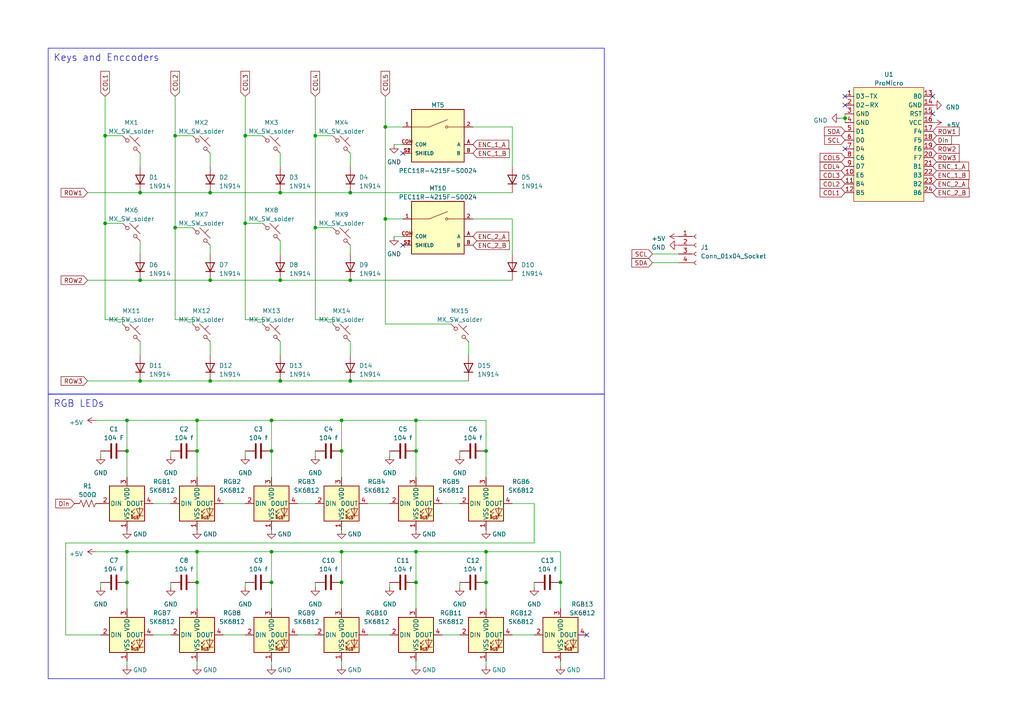
<source format=kicad_sch>
(kicad_sch (version 20230121) (generator eeschema)

  (uuid 6335a533-233b-496a-9d4a-367d4bf1a0bc)

  (paper "A4")

  (lib_symbols
    (symbol "Connector:Conn_01x04_Socket" (pin_names (offset 1.016) hide) (in_bom yes) (on_board yes)
      (property "Reference" "J" (at 0 5.08 0)
        (effects (font (size 1.27 1.27)))
      )
      (property "Value" "Conn_01x04_Socket" (at 0 -7.62 0)
        (effects (font (size 1.27 1.27)))
      )
      (property "Footprint" "" (at 0 0 0)
        (effects (font (size 1.27 1.27)) hide)
      )
      (property "Datasheet" "~" (at 0 0 0)
        (effects (font (size 1.27 1.27)) hide)
      )
      (property "ki_locked" "" (at 0 0 0)
        (effects (font (size 1.27 1.27)))
      )
      (property "ki_keywords" "connector" (at 0 0 0)
        (effects (font (size 1.27 1.27)) hide)
      )
      (property "ki_description" "Generic connector, single row, 01x04, script generated" (at 0 0 0)
        (effects (font (size 1.27 1.27)) hide)
      )
      (property "ki_fp_filters" "Connector*:*_1x??_*" (at 0 0 0)
        (effects (font (size 1.27 1.27)) hide)
      )
      (symbol "Conn_01x04_Socket_1_1"
        (arc (start 0 -4.572) (mid -0.5058 -5.08) (end 0 -5.588)
          (stroke (width 0.1524) (type default))
          (fill (type none))
        )
        (arc (start 0 -2.032) (mid -0.5058 -2.54) (end 0 -3.048)
          (stroke (width 0.1524) (type default))
          (fill (type none))
        )
        (polyline
          (pts
            (xy -1.27 -5.08)
            (xy -0.508 -5.08)
          )
          (stroke (width 0.1524) (type default))
          (fill (type none))
        )
        (polyline
          (pts
            (xy -1.27 -2.54)
            (xy -0.508 -2.54)
          )
          (stroke (width 0.1524) (type default))
          (fill (type none))
        )
        (polyline
          (pts
            (xy -1.27 0)
            (xy -0.508 0)
          )
          (stroke (width 0.1524) (type default))
          (fill (type none))
        )
        (polyline
          (pts
            (xy -1.27 2.54)
            (xy -0.508 2.54)
          )
          (stroke (width 0.1524) (type default))
          (fill (type none))
        )
        (arc (start 0 0.508) (mid -0.5058 0) (end 0 -0.508)
          (stroke (width 0.1524) (type default))
          (fill (type none))
        )
        (arc (start 0 3.048) (mid -0.5058 2.54) (end 0 2.032)
          (stroke (width 0.1524) (type default))
          (fill (type none))
        )
        (pin passive line (at -5.08 2.54 0) (length 3.81)
          (name "Pin_1" (effects (font (size 1.27 1.27))))
          (number "1" (effects (font (size 1.27 1.27))))
        )
        (pin passive line (at -5.08 0 0) (length 3.81)
          (name "Pin_2" (effects (font (size 1.27 1.27))))
          (number "2" (effects (font (size 1.27 1.27))))
        )
        (pin passive line (at -5.08 -2.54 0) (length 3.81)
          (name "Pin_3" (effects (font (size 1.27 1.27))))
          (number "3" (effects (font (size 1.27 1.27))))
        )
        (pin passive line (at -5.08 -5.08 0) (length 3.81)
          (name "Pin_4" (effects (font (size 1.27 1.27))))
          (number "4" (effects (font (size 1.27 1.27))))
        )
      )
    )
    (symbol "Device:C" (pin_numbers hide) (pin_names (offset 0.254)) (in_bom yes) (on_board yes)
      (property "Reference" "C" (at 0.635 2.54 0)
        (effects (font (size 1.27 1.27)) (justify left))
      )
      (property "Value" "C" (at 0.635 -2.54 0)
        (effects (font (size 1.27 1.27)) (justify left))
      )
      (property "Footprint" "" (at 0.9652 -3.81 0)
        (effects (font (size 1.27 1.27)) hide)
      )
      (property "Datasheet" "~" (at 0 0 0)
        (effects (font (size 1.27 1.27)) hide)
      )
      (property "ki_keywords" "cap capacitor" (at 0 0 0)
        (effects (font (size 1.27 1.27)) hide)
      )
      (property "ki_description" "Unpolarized capacitor" (at 0 0 0)
        (effects (font (size 1.27 1.27)) hide)
      )
      (property "ki_fp_filters" "C_*" (at 0 0 0)
        (effects (font (size 1.27 1.27)) hide)
      )
      (symbol "C_0_1"
        (polyline
          (pts
            (xy -2.032 -0.762)
            (xy 2.032 -0.762)
          )
          (stroke (width 0.508) (type default))
          (fill (type none))
        )
        (polyline
          (pts
            (xy -2.032 0.762)
            (xy 2.032 0.762)
          )
          (stroke (width 0.508) (type default))
          (fill (type none))
        )
      )
      (symbol "C_1_1"
        (pin passive line (at 0 3.81 270) (length 2.794)
          (name "~" (effects (font (size 1.27 1.27))))
          (number "1" (effects (font (size 1.27 1.27))))
        )
        (pin passive line (at 0 -3.81 90) (length 2.794)
          (name "~" (effects (font (size 1.27 1.27))))
          (number "2" (effects (font (size 1.27 1.27))))
        )
      )
    )
    (symbol "Device:R_US" (pin_numbers hide) (pin_names (offset 0)) (in_bom yes) (on_board yes)
      (property "Reference" "R" (at 2.54 0 90)
        (effects (font (size 1.27 1.27)))
      )
      (property "Value" "R_US" (at -2.54 0 90)
        (effects (font (size 1.27 1.27)))
      )
      (property "Footprint" "" (at 1.016 -0.254 90)
        (effects (font (size 1.27 1.27)) hide)
      )
      (property "Datasheet" "~" (at 0 0 0)
        (effects (font (size 1.27 1.27)) hide)
      )
      (property "ki_keywords" "R res resistor" (at 0 0 0)
        (effects (font (size 1.27 1.27)) hide)
      )
      (property "ki_description" "Resistor, US symbol" (at 0 0 0)
        (effects (font (size 1.27 1.27)) hide)
      )
      (property "ki_fp_filters" "R_*" (at 0 0 0)
        (effects (font (size 1.27 1.27)) hide)
      )
      (symbol "R_US_0_1"
        (polyline
          (pts
            (xy 0 -2.286)
            (xy 0 -2.54)
          )
          (stroke (width 0) (type default))
          (fill (type none))
        )
        (polyline
          (pts
            (xy 0 2.286)
            (xy 0 2.54)
          )
          (stroke (width 0) (type default))
          (fill (type none))
        )
        (polyline
          (pts
            (xy 0 -0.762)
            (xy 1.016 -1.143)
            (xy 0 -1.524)
            (xy -1.016 -1.905)
            (xy 0 -2.286)
          )
          (stroke (width 0) (type default))
          (fill (type none))
        )
        (polyline
          (pts
            (xy 0 0.762)
            (xy 1.016 0.381)
            (xy 0 0)
            (xy -1.016 -0.381)
            (xy 0 -0.762)
          )
          (stroke (width 0) (type default))
          (fill (type none))
        )
        (polyline
          (pts
            (xy 0 2.286)
            (xy 1.016 1.905)
            (xy 0 1.524)
            (xy -1.016 1.143)
            (xy 0 0.762)
          )
          (stroke (width 0) (type default))
          (fill (type none))
        )
      )
      (symbol "R_US_1_1"
        (pin passive line (at 0 3.81 270) (length 1.27)
          (name "~" (effects (font (size 1.27 1.27))))
          (number "1" (effects (font (size 1.27 1.27))))
        )
        (pin passive line (at 0 -3.81 90) (length 1.27)
          (name "~" (effects (font (size 1.27 1.27))))
          (number "2" (effects (font (size 1.27 1.27))))
        )
      )
    )
    (symbol "Diode:1N914" (pin_numbers hide) (pin_names hide) (in_bom yes) (on_board yes)
      (property "Reference" "D" (at 0 2.54 0)
        (effects (font (size 1.27 1.27)))
      )
      (property "Value" "1N914" (at 0 -2.54 0)
        (effects (font (size 1.27 1.27)))
      )
      (property "Footprint" "Diode_THT:D_DO-35_SOD27_P7.62mm_Horizontal" (at 0 -4.445 0)
        (effects (font (size 1.27 1.27)) hide)
      )
      (property "Datasheet" "http://www.vishay.com/docs/85622/1n914.pdf" (at 0 0 0)
        (effects (font (size 1.27 1.27)) hide)
      )
      (property "Sim.Device" "D" (at 0 0 0)
        (effects (font (size 1.27 1.27)) hide)
      )
      (property "Sim.Pins" "1=K 2=A" (at 0 0 0)
        (effects (font (size 1.27 1.27)) hide)
      )
      (property "ki_keywords" "diode" (at 0 0 0)
        (effects (font (size 1.27 1.27)) hide)
      )
      (property "ki_description" "100V 0.3A Small Signal Fast Switching Diode, DO-35" (at 0 0 0)
        (effects (font (size 1.27 1.27)) hide)
      )
      (property "ki_fp_filters" "D*DO?35*" (at 0 0 0)
        (effects (font (size 1.27 1.27)) hide)
      )
      (symbol "1N914_0_1"
        (polyline
          (pts
            (xy -1.27 1.27)
            (xy -1.27 -1.27)
          )
          (stroke (width 0.254) (type default))
          (fill (type none))
        )
        (polyline
          (pts
            (xy 1.27 0)
            (xy -1.27 0)
          )
          (stroke (width 0) (type default))
          (fill (type none))
        )
        (polyline
          (pts
            (xy 1.27 1.27)
            (xy 1.27 -1.27)
            (xy -1.27 0)
            (xy 1.27 1.27)
          )
          (stroke (width 0.254) (type default))
          (fill (type none))
        )
      )
      (symbol "1N914_1_1"
        (pin passive line (at -3.81 0 0) (length 2.54)
          (name "K" (effects (font (size 1.27 1.27))))
          (number "1" (effects (font (size 1.27 1.27))))
        )
        (pin passive line (at 3.81 0 180) (length 2.54)
          (name "A" (effects (font (size 1.27 1.27))))
          (number "2" (effects (font (size 1.27 1.27))))
        )
      )
    )
    (symbol "LED:SK6812" (pin_names (offset 0.254)) (in_bom yes) (on_board yes)
      (property "Reference" "D" (at 5.08 5.715 0)
        (effects (font (size 1.27 1.27)) (justify right bottom))
      )
      (property "Value" "SK6812" (at 1.27 -5.715 0)
        (effects (font (size 1.27 1.27)) (justify left top))
      )
      (property "Footprint" "LED_SMD:LED_SK6812_PLCC4_5.0x5.0mm_P3.2mm" (at 1.27 -7.62 0)
        (effects (font (size 1.27 1.27)) (justify left top) hide)
      )
      (property "Datasheet" "https://cdn-shop.adafruit.com/product-files/1138/SK6812+LED+datasheet+.pdf" (at 2.54 -9.525 0)
        (effects (font (size 1.27 1.27)) (justify left top) hide)
      )
      (property "ki_keywords" "RGB LED NeoPixel addressable" (at 0 0 0)
        (effects (font (size 1.27 1.27)) hide)
      )
      (property "ki_description" "RGB LED with integrated controller" (at 0 0 0)
        (effects (font (size 1.27 1.27)) hide)
      )
      (property "ki_fp_filters" "LED*SK6812*PLCC*5.0x5.0mm*P3.2mm*" (at 0 0 0)
        (effects (font (size 1.27 1.27)) hide)
      )
      (symbol "SK6812_0_0"
        (text "RGB" (at 2.286 -4.191 0)
          (effects (font (size 0.762 0.762)))
        )
      )
      (symbol "SK6812_0_1"
        (polyline
          (pts
            (xy 1.27 -3.556)
            (xy 1.778 -3.556)
          )
          (stroke (width 0) (type default))
          (fill (type none))
        )
        (polyline
          (pts
            (xy 1.27 -2.54)
            (xy 1.778 -2.54)
          )
          (stroke (width 0) (type default))
          (fill (type none))
        )
        (polyline
          (pts
            (xy 4.699 -3.556)
            (xy 2.667 -3.556)
          )
          (stroke (width 0) (type default))
          (fill (type none))
        )
        (polyline
          (pts
            (xy 2.286 -2.54)
            (xy 1.27 -3.556)
            (xy 1.27 -3.048)
          )
          (stroke (width 0) (type default))
          (fill (type none))
        )
        (polyline
          (pts
            (xy 2.286 -1.524)
            (xy 1.27 -2.54)
            (xy 1.27 -2.032)
          )
          (stroke (width 0) (type default))
          (fill (type none))
        )
        (polyline
          (pts
            (xy 3.683 -1.016)
            (xy 3.683 -3.556)
            (xy 3.683 -4.064)
          )
          (stroke (width 0) (type default))
          (fill (type none))
        )
        (polyline
          (pts
            (xy 4.699 -1.524)
            (xy 2.667 -1.524)
            (xy 3.683 -3.556)
            (xy 4.699 -1.524)
          )
          (stroke (width 0) (type default))
          (fill (type none))
        )
        (rectangle (start 5.08 5.08) (end -5.08 -5.08)
          (stroke (width 0.254) (type default))
          (fill (type background))
        )
      )
      (symbol "SK6812_1_1"
        (pin power_in line (at 0 -7.62 90) (length 2.54)
          (name "VSS" (effects (font (size 1.27 1.27))))
          (number "1" (effects (font (size 1.27 1.27))))
        )
        (pin input line (at -7.62 0 0) (length 2.54)
          (name "DIN" (effects (font (size 1.27 1.27))))
          (number "2" (effects (font (size 1.27 1.27))))
        )
        (pin power_in line (at 0 7.62 270) (length 2.54)
          (name "VDD" (effects (font (size 1.27 1.27))))
          (number "3" (effects (font (size 1.27 1.27))))
        )
        (pin output line (at 7.62 0 180) (length 2.54)
          (name "DOUT" (effects (font (size 1.27 1.27))))
          (number "4" (effects (font (size 1.27 1.27))))
        )
      )
    )
    (symbol "PEC11R-4215F-S0024:PEC11R-4215F-S0024" (pin_names (offset 1.016)) (in_bom yes) (on_board yes)
      (property "Reference" "MT" (at -7.62 8.89 0)
        (effects (font (size 1.27 1.27)) (justify left bottom))
      )
      (property "Value" "PEC11R-4215F-S0024" (at -7.62 -8.89 0)
        (effects (font (size 1.27 1.27)) (justify left top))
      )
      (property "Footprint" "XDCR_PEC11R-4215F-S0024" (at 0 0 0)
        (effects (font (size 1.27 1.27)) (justify bottom) hide)
      )
      (property "Datasheet" "" (at 0 0 0)
        (effects (font (size 1.27 1.27)) hide)
      )
      (property "PARTREV" "Rev. 09/19" (at 0 0 0)
        (effects (font (size 1.27 1.27)) (justify bottom) hide)
      )
      (property "MANUFACTURER" "J.W.Miller/Bourns" (at 0 0 0)
        (effects (font (size 1.27 1.27)) (justify bottom) hide)
      )
      (property "MAXIMUM_PACKAGE_HEIGHT" "21.5 mm" (at 0 0 0)
        (effects (font (size 1.27 1.27)) (justify bottom) hide)
      )
      (property "STANDARD" "Manufacturer Recommendations" (at 0 0 0)
        (effects (font (size 1.27 1.27)) (justify bottom) hide)
      )
      (symbol "PEC11R-4215F-S0024_0_0"
        (rectangle (start -7.62 -7.62) (end 7.62 7.62)
          (stroke (width 0.254) (type default))
          (fill (type background))
        )
        (polyline
          (pts
            (xy -2.54 2.54)
            (xy -7.62 2.54)
          )
          (stroke (width 0.1524) (type default))
          (fill (type none))
        )
        (polyline
          (pts
            (xy -2.54 2.54)
            (xy 2.794 4.6736)
          )
          (stroke (width 0.1524) (type default))
          (fill (type none))
        )
        (polyline
          (pts
            (xy 7.62 2.54)
            (xy 2.921 2.54)
          )
          (stroke (width 0.1524) (type default))
          (fill (type none))
        )
        (circle (center 2.54 2.54) (radius 0.3302)
          (stroke (width 0.1524) (type default))
          (fill (type none))
        )
        (pin passive line (at -10.16 2.54 0) (length 2.54)
          (name "~" (effects (font (size 1.016 1.016))))
          (number "1" (effects (font (size 1.016 1.016))))
        )
        (pin passive line (at 10.16 2.54 180) (length 2.54)
          (name "~" (effects (font (size 1.016 1.016))))
          (number "2" (effects (font (size 1.016 1.016))))
        )
        (pin passive line (at 10.16 -2.54 180) (length 2.54)
          (name "A" (effects (font (size 1.016 1.016))))
          (number "A" (effects (font (size 1.016 1.016))))
        )
        (pin passive line (at 10.16 -5.08 180) (length 2.54)
          (name "B" (effects (font (size 1.016 1.016))))
          (number "B" (effects (font (size 1.016 1.016))))
        )
        (pin passive line (at -10.16 -2.54 0) (length 2.54)
          (name "COM" (effects (font (size 1.016 1.016))))
          (number "COM" (effects (font (size 1.016 1.016))))
        )
        (pin passive line (at -10.16 -5.08 0) (length 2.54)
          (name "SHIELD" (effects (font (size 1.016 1.016))))
          (number "S1" (effects (font (size 1.016 1.016))))
        )
        (pin passive line (at -10.16 -5.08 0) (length 2.54)
          (name "SHIELD" (effects (font (size 1.016 1.016))))
          (number "S2" (effects (font (size 1.016 1.016))))
        )
      )
    )
    (symbol "marbastlib-mx:MX_SW_solder" (pin_numbers hide) (pin_names (offset 1.016) hide) (in_bom yes) (on_board yes)
      (property "Reference" "MX" (at 3.048 1.016 0)
        (effects (font (size 1.27 1.27)) (justify left))
      )
      (property "Value" "MX_SW_solder" (at 0 -3.81 0)
        (effects (font (size 1.27 1.27)))
      )
      (property "Footprint" "PCM_marbastlib-mx:SW_MX_1u" (at 0 0 0)
        (effects (font (size 1.27 1.27)) hide)
      )
      (property "Datasheet" "~" (at 0 0 0)
        (effects (font (size 1.27 1.27)) hide)
      )
      (property "ki_keywords" "switch normally-open pushbutton push-button" (at 0 0 0)
        (effects (font (size 1.27 1.27)) hide)
      )
      (property "ki_description" "Push button switch, normally open, two pins, 45° tilted" (at 0 0 0)
        (effects (font (size 1.27 1.27)) hide)
      )
      (symbol "MX_SW_solder_0_1"
        (circle (center -1.1684 1.1684) (radius 0.508)
          (stroke (width 0) (type default))
          (fill (type none))
        )
        (polyline
          (pts
            (xy -0.508 2.54)
            (xy 2.54 -0.508)
          )
          (stroke (width 0) (type default))
          (fill (type none))
        )
        (polyline
          (pts
            (xy 1.016 1.016)
            (xy 2.032 2.032)
          )
          (stroke (width 0) (type default))
          (fill (type none))
        )
        (polyline
          (pts
            (xy -2.54 2.54)
            (xy -1.524 1.524)
            (xy -1.524 1.524)
          )
          (stroke (width 0) (type default))
          (fill (type none))
        )
        (polyline
          (pts
            (xy 1.524 -1.524)
            (xy 2.54 -2.54)
            (xy 2.54 -2.54)
            (xy 2.54 -2.54)
          )
          (stroke (width 0) (type default))
          (fill (type none))
        )
        (circle (center 1.143 -1.1938) (radius 0.508)
          (stroke (width 0) (type default))
          (fill (type none))
        )
        (pin passive line (at -2.54 2.54 0) (length 0)
          (name "1" (effects (font (size 1.27 1.27))))
          (number "1" (effects (font (size 1.27 1.27))))
        )
        (pin passive line (at 2.54 -2.54 180) (length 0)
          (name "2" (effects (font (size 1.27 1.27))))
          (number "2" (effects (font (size 1.27 1.27))))
        )
      )
    )
    (symbol "marbastlib-promicroish:Arduino_ProMicro" (in_bom no) (on_board yes)
      (property "Reference" "U" (at 0 20.32 0)
        (effects (font (size 1.27 1.27)))
      )
      (property "Value" "ProMicro" (at 0 17.78 0)
        (effects (font (size 1.27 1.27)))
      )
      (property "Footprint" "PCM_marbastlib-xp-promicroish:ProMicro_USBup" (at 0 -30.48 0)
        (effects (font (size 1.27 1.27)) hide)
      )
      (property "Datasheet" "" (at -12.7 13.97 0)
        (effects (font (size 1.27 1.27)) hide)
      )
      (property "ki_description" "Symbol for an Arduino Pro Micro" (at 0 0 0)
        (effects (font (size 1.27 1.27)) hide)
      )
      (symbol "Arduino_ProMicro_0_0"
        (pin bidirectional line (at -12.7 13.97 0) (length 2.54)
          (name "D3-TX" (effects (font (size 1.27 1.27))))
          (number "1" (effects (font (size 1.27 1.27))))
        )
        (pin bidirectional line (at -12.7 -8.89 0) (length 2.54)
          (name "E6" (effects (font (size 1.27 1.27))))
          (number "10" (effects (font (size 1.27 1.27))))
        )
        (pin bidirectional line (at -12.7 -11.43 0) (length 2.54)
          (name "B4" (effects (font (size 1.27 1.27))))
          (number "11" (effects (font (size 1.27 1.27))))
        )
        (pin bidirectional line (at -12.7 -13.97 0) (length 2.54)
          (name "B5" (effects (font (size 1.27 1.27))))
          (number "12" (effects (font (size 1.27 1.27))))
        )
        (pin power_out line (at 12.7 11.43 180) (length 2.54)
          (name "GND" (effects (font (size 1.27 1.27))))
          (number "14" (effects (font (size 1.27 1.27))))
        )
        (pin bidirectional line (at 12.7 8.89 180) (length 2.54)
          (name "RST" (effects (font (size 1.27 1.27))))
          (number "15" (effects (font (size 1.27 1.27))))
        )
        (pin bidirectional line (at 12.7 3.81 180) (length 2.54)
          (name "F4" (effects (font (size 1.27 1.27))))
          (number "17" (effects (font (size 1.27 1.27))))
        )
        (pin bidirectional line (at 12.7 1.27 180) (length 2.54)
          (name "F5" (effects (font (size 1.27 1.27))))
          (number "18" (effects (font (size 1.27 1.27))))
        )
        (pin bidirectional line (at 12.7 -1.27 180) (length 2.54)
          (name "F6" (effects (font (size 1.27 1.27))))
          (number "19" (effects (font (size 1.27 1.27))))
        )
        (pin bidirectional line (at -12.7 11.43 0) (length 2.54)
          (name "D2-RX" (effects (font (size 1.27 1.27))))
          (number "2" (effects (font (size 1.27 1.27))))
        )
        (pin bidirectional line (at 12.7 -3.81 180) (length 2.54)
          (name "F7" (effects (font (size 1.27 1.27))))
          (number "20" (effects (font (size 1.27 1.27))))
        )
        (pin bidirectional line (at 12.7 -6.35 180) (length 2.54)
          (name "B1" (effects (font (size 1.27 1.27))))
          (number "21" (effects (font (size 1.27 1.27))))
        )
        (pin bidirectional line (at 12.7 -8.89 180) (length 2.54)
          (name "B3" (effects (font (size 1.27 1.27))))
          (number "22" (effects (font (size 1.27 1.27))))
        )
        (pin bidirectional line (at 12.7 -11.43 180) (length 2.54)
          (name "B2" (effects (font (size 1.27 1.27))))
          (number "23" (effects (font (size 1.27 1.27))))
        )
        (pin bidirectional line (at 12.7 -13.97 180) (length 2.54)
          (name "B6" (effects (font (size 1.27 1.27))))
          (number "24" (effects (font (size 1.27 1.27))))
        )
        (pin power_out line (at -12.7 8.89 0) (length 2.54)
          (name "GND" (effects (font (size 1.27 1.27))))
          (number "3" (effects (font (size 1.27 1.27))))
        )
        (pin power_out line (at -12.7 6.35 0) (length 2.54)
          (name "GND" (effects (font (size 1.27 1.27))))
          (number "4" (effects (font (size 1.27 1.27))))
        )
        (pin bidirectional line (at -12.7 3.81 0) (length 2.54)
          (name "D1" (effects (font (size 1.27 1.27))))
          (number "5" (effects (font (size 1.27 1.27))))
        )
        (pin bidirectional line (at -12.7 1.27 0) (length 2.54)
          (name "D0" (effects (font (size 1.27 1.27))))
          (number "6" (effects (font (size 1.27 1.27))))
        )
        (pin bidirectional line (at -12.7 -1.27 0) (length 2.54)
          (name "D4" (effects (font (size 1.27 1.27))))
          (number "7" (effects (font (size 1.27 1.27))))
        )
        (pin bidirectional line (at -12.7 -3.81 0) (length 2.54)
          (name "C6" (effects (font (size 1.27 1.27))))
          (number "8" (effects (font (size 1.27 1.27))))
        )
        (pin bidirectional line (at -12.7 -6.35 0) (length 2.54)
          (name "D7" (effects (font (size 1.27 1.27))))
          (number "9" (effects (font (size 1.27 1.27))))
        )
      )
      (symbol "Arduino_ProMicro_1_0"
        (pin bidirectional line (at 12.7 13.97 180) (length 2.54)
          (name "B0" (effects (font (size 1.27 1.27))))
          (number "13" (effects (font (size 1.27 1.27))))
        )
        (pin power_out line (at 12.7 6.35 180) (length 2.54)
          (name "VCC" (effects (font (size 1.27 1.27))))
          (number "16" (effects (font (size 1.27 1.27))))
        )
      )
      (symbol "Arduino_ProMicro_1_1"
        (rectangle (start -10.16 16.51) (end 10.16 -16.51)
          (stroke (width 0) (type default))
          (fill (type background))
        )
      )
    )
    (symbol "power:+5V" (power) (pin_names (offset 0)) (in_bom yes) (on_board yes)
      (property "Reference" "#PWR" (at 0 -3.81 0)
        (effects (font (size 1.27 1.27)) hide)
      )
      (property "Value" "+5V" (at 0 3.556 0)
        (effects (font (size 1.27 1.27)))
      )
      (property "Footprint" "" (at 0 0 0)
        (effects (font (size 1.27 1.27)) hide)
      )
      (property "Datasheet" "" (at 0 0 0)
        (effects (font (size 1.27 1.27)) hide)
      )
      (property "ki_keywords" "global power" (at 0 0 0)
        (effects (font (size 1.27 1.27)) hide)
      )
      (property "ki_description" "Power symbol creates a global label with name \"+5V\"" (at 0 0 0)
        (effects (font (size 1.27 1.27)) hide)
      )
      (symbol "+5V_0_1"
        (polyline
          (pts
            (xy -0.762 1.27)
            (xy 0 2.54)
          )
          (stroke (width 0) (type default))
          (fill (type none))
        )
        (polyline
          (pts
            (xy 0 0)
            (xy 0 2.54)
          )
          (stroke (width 0) (type default))
          (fill (type none))
        )
        (polyline
          (pts
            (xy 0 2.54)
            (xy 0.762 1.27)
          )
          (stroke (width 0) (type default))
          (fill (type none))
        )
      )
      (symbol "+5V_1_1"
        (pin power_in line (at 0 0 90) (length 0) hide
          (name "+5V" (effects (font (size 1.27 1.27))))
          (number "1" (effects (font (size 1.27 1.27))))
        )
      )
    )
    (symbol "power:GND" (power) (pin_names (offset 0)) (in_bom yes) (on_board yes)
      (property "Reference" "#PWR" (at 0 -6.35 0)
        (effects (font (size 1.27 1.27)) hide)
      )
      (property "Value" "GND" (at 0 -3.81 0)
        (effects (font (size 1.27 1.27)))
      )
      (property "Footprint" "" (at 0 0 0)
        (effects (font (size 1.27 1.27)) hide)
      )
      (property "Datasheet" "" (at 0 0 0)
        (effects (font (size 1.27 1.27)) hide)
      )
      (property "ki_keywords" "global power" (at 0 0 0)
        (effects (font (size 1.27 1.27)) hide)
      )
      (property "ki_description" "Power symbol creates a global label with name \"GND\" , ground" (at 0 0 0)
        (effects (font (size 1.27 1.27)) hide)
      )
      (symbol "GND_0_1"
        (polyline
          (pts
            (xy 0 0)
            (xy 0 -1.27)
            (xy 1.27 -1.27)
            (xy 0 -2.54)
            (xy -1.27 -1.27)
            (xy 0 -1.27)
          )
          (stroke (width 0) (type default))
          (fill (type none))
        )
      )
      (symbol "GND_1_1"
        (pin power_in line (at 0 0 270) (length 0) hide
          (name "GND" (effects (font (size 1.27 1.27))))
          (number "1" (effects (font (size 1.27 1.27))))
        )
      )
    )
  )


  (junction (at 140.97 130.81) (diameter 0) (color 0 0 0 0)
    (uuid 02daab28-5268-4615-bf5c-2f6af44e51a5)
  )
  (junction (at 30.48 64.77) (diameter 0) (color 0 0 0 0)
    (uuid 10851058-45c6-4200-aa87-02d5b1e117e0)
  )
  (junction (at 101.6 81.28) (diameter 0) (color 0 0 0 0)
    (uuid 10b0bbe6-ff61-416b-af2b-0ea734acdcef)
  )
  (junction (at 50.8 66.04) (diameter 0) (color 0 0 0 0)
    (uuid 11789d58-1fe2-4b7d-80e6-caf86ba978e1)
  )
  (junction (at 120.65 121.92) (diameter 0) (color 0 0 0 0)
    (uuid 1381a453-0f23-4337-b521-71b3cc285b40)
  )
  (junction (at 140.97 160.02) (diameter 0) (color 0 0 0 0)
    (uuid 16609787-c600-4867-b58c-4e10e8c1b72c)
  )
  (junction (at 36.83 121.92) (diameter 0) (color 0 0 0 0)
    (uuid 1bcc8144-a03b-4ca7-8bab-75d255ad0f9d)
  )
  (junction (at 71.12 64.77) (diameter 0) (color 0 0 0 0)
    (uuid 23921479-39d8-4f75-b787-d23851b89c2c)
  )
  (junction (at 162.56 168.91) (diameter 0) (color 0 0 0 0)
    (uuid 24dca603-dc8e-4042-932d-3919cae0c45c)
  )
  (junction (at 81.28 81.28) (diameter 0) (color 0 0 0 0)
    (uuid 3329cea6-d0f6-4f2d-8980-e56799ad93bd)
  )
  (junction (at 78.74 130.81) (diameter 0) (color 0 0 0 0)
    (uuid 393f863a-6fe6-47e8-9b81-e4b2f9eb7cf8)
  )
  (junction (at 71.12 39.37) (diameter 0) (color 0 0 0 0)
    (uuid 3de74096-7476-4749-941a-6c6dd9c5eea1)
  )
  (junction (at 36.83 168.91) (diameter 0) (color 0 0 0 0)
    (uuid 41917f3b-9394-486a-beba-e096f6c4ef4e)
  )
  (junction (at 60.96 81.28) (diameter 0) (color 0 0 0 0)
    (uuid 430c3db2-2e7c-4b62-b6e7-9ec272c79a04)
  )
  (junction (at 91.44 39.37) (diameter 0) (color 0 0 0 0)
    (uuid 4a3283e1-c4fd-49ea-9595-42b0347f2d99)
  )
  (junction (at 120.65 160.02) (diameter 0) (color 0 0 0 0)
    (uuid 4e835268-3ea2-4c88-88a6-528b27c6b5ba)
  )
  (junction (at 101.6 110.49) (diameter 0) (color 0 0 0 0)
    (uuid 68b64ac2-f5d9-4b4d-bf83-79b29e8872c9)
  )
  (junction (at 111.76 63.5) (diameter 0) (color 0 0 0 0)
    (uuid 6dc543db-cdb4-4b87-8881-e3604f3631f8)
  )
  (junction (at 120.65 130.81) (diameter 0) (color 0 0 0 0)
    (uuid 6ea4dd75-c0e7-45e3-ba71-82f5bfaabed3)
  )
  (junction (at 50.8 39.37) (diameter 0) (color 0 0 0 0)
    (uuid 7364b42d-e704-4053-bad5-6a25edd53898)
  )
  (junction (at 91.44 66.04) (diameter 0) (color 0 0 0 0)
    (uuid 73949f20-a617-4889-96e8-97662b67e7cc)
  )
  (junction (at 78.74 160.02) (diameter 0) (color 0 0 0 0)
    (uuid 84d7a3ab-c52d-48fa-9f5c-9b6180e3a837)
  )
  (junction (at 57.15 168.91) (diameter 0) (color 0 0 0 0)
    (uuid 886e9821-ef3c-4b0d-8996-052ea8ccd179)
  )
  (junction (at 99.06 130.81) (diameter 0) (color 0 0 0 0)
    (uuid 915e6690-7cc9-4e3d-8736-b0f4c1b8ae39)
  )
  (junction (at 57.15 121.92) (diameter 0) (color 0 0 0 0)
    (uuid 92414746-036c-4d24-bc4f-4dbe5070de01)
  )
  (junction (at 78.74 121.92) (diameter 0) (color 0 0 0 0)
    (uuid 955a4ce8-a0dd-46fc-bc09-c10d8cc7a50e)
  )
  (junction (at 40.64 55.88) (diameter 0) (color 0 0 0 0)
    (uuid 96f843a1-ac4e-476b-a2b6-f4be471da950)
  )
  (junction (at 57.15 160.02) (diameter 0) (color 0 0 0 0)
    (uuid 9f944f37-0f7e-4a74-8111-f4196ef66520)
  )
  (junction (at 60.96 55.88) (diameter 0) (color 0 0 0 0)
    (uuid a534d9b5-2ac0-44e0-abce-7faa53fa974d)
  )
  (junction (at 60.96 110.49) (diameter 0) (color 0 0 0 0)
    (uuid b065d018-6486-42a7-8dbf-294fd749bd8c)
  )
  (junction (at 40.64 81.28) (diameter 0) (color 0 0 0 0)
    (uuid b52ae849-d0c2-4a27-b4d5-5862c749abb6)
  )
  (junction (at 30.48 39.37) (diameter 0) (color 0 0 0 0)
    (uuid b9a9e323-8b27-46e7-9b55-b8f5212ca39b)
  )
  (junction (at 140.97 168.91) (diameter 0) (color 0 0 0 0)
    (uuid be098b5c-de55-4c23-b225-b97f7cad39d6)
  )
  (junction (at 40.64 110.49) (diameter 0) (color 0 0 0 0)
    (uuid bf56bda9-b5cc-4699-a456-04d6de093116)
  )
  (junction (at 101.6 55.88) (diameter 0) (color 0 0 0 0)
    (uuid c5fe3a81-3a88-4a55-9b69-c4d617e42fb2)
  )
  (junction (at 245.11 34.29) (diameter 0) (color 0 0 0 0)
    (uuid d3a661a1-57cc-4029-a794-8367ee0d8c20)
  )
  (junction (at 99.06 160.02) (diameter 0) (color 0 0 0 0)
    (uuid d9e0ee16-fb6c-4682-ba97-0a6dede22814)
  )
  (junction (at 81.28 110.49) (diameter 0) (color 0 0 0 0)
    (uuid dbbfe739-7f65-42e5-b4a2-f3fa03041294)
  )
  (junction (at 36.83 160.02) (diameter 0) (color 0 0 0 0)
    (uuid dcd5ff27-739a-41e5-8131-e79c144fed8f)
  )
  (junction (at 120.65 168.91) (diameter 0) (color 0 0 0 0)
    (uuid df3c531e-c291-4192-9ab2-c52851f96bdd)
  )
  (junction (at 36.83 130.81) (diameter 0) (color 0 0 0 0)
    (uuid e4662cdf-bc55-4e27-a631-4e493811b3fe)
  )
  (junction (at 57.15 130.81) (diameter 0) (color 0 0 0 0)
    (uuid e4f6efb1-642b-483a-866d-4ac97b072c35)
  )
  (junction (at 81.28 55.88) (diameter 0) (color 0 0 0 0)
    (uuid eea5dd79-8a36-48ed-8761-f5ae19ab1a3a)
  )
  (junction (at 99.06 168.91) (diameter 0) (color 0 0 0 0)
    (uuid f18856c0-acc3-411a-93f2-450e12a96335)
  )
  (junction (at 99.06 121.92) (diameter 0) (color 0 0 0 0)
    (uuid f3e5dc9f-ffc6-44cf-9f6a-cddf2caae0cc)
  )
  (junction (at 78.74 168.91) (diameter 0) (color 0 0 0 0)
    (uuid fbaa3904-eeda-4f82-b846-b43d7a1a4a04)
  )
  (junction (at 111.76 36.83) (diameter 0) (color 0 0 0 0)
    (uuid fcb8b75a-fd97-4551-9544-b1fa716c3443)
  )

  (no_connect (at 116.84 44.45) (uuid 38baf55e-15ac-43d5-aaa6-8f1cb8b38b9c))
  (no_connect (at 245.11 27.94) (uuid 414c19b6-ed98-4f1d-8dc1-d9ccb1f65d4f))
  (no_connect (at 270.51 27.94) (uuid 58d6c295-1992-4caf-b3d2-43f66217ef57))
  (no_connect (at 245.11 30.48) (uuid 9ed9bc4e-2cf0-4d74-8726-1a4e510c16eb))
  (no_connect (at 116.84 71.12) (uuid a45462b5-6cd9-4736-ac76-7cda068d50b5))
  (no_connect (at 270.51 33.02) (uuid aca9d2b3-2aa2-46fd-8923-56601fb37493))
  (no_connect (at 170.18 184.15) (uuid c784369b-3321-41a0-b13c-84b61f75f1d3))
  (no_connect (at 245.11 43.18) (uuid eb7edf60-7344-41ea-881e-2aaba274b9ce))

  (wire (pts (xy 19.05 184.15) (xy 29.21 184.15))
    (stroke (width 0) (type default))
    (uuid 0113876c-9831-45dd-8626-0111a79454bd)
  )
  (wire (pts (xy 101.6 71.12) (xy 101.6 73.66))
    (stroke (width 0) (type default))
    (uuid 01500677-feb0-4b1a-9b17-72564e37ba8b)
  )
  (wire (pts (xy 29.21 130.81) (xy 29.21 132.08))
    (stroke (width 0) (type default))
    (uuid 0360611c-202a-4439-a7aa-2f9733a12d6e)
  )
  (wire (pts (xy 99.06 168.91) (xy 99.06 176.53))
    (stroke (width 0) (type default))
    (uuid 1365bbf1-8bfe-4307-a6a2-6bcdec3ad259)
  )
  (wire (pts (xy 140.97 121.92) (xy 140.97 130.81))
    (stroke (width 0) (type default))
    (uuid 145672eb-b1ed-44cc-bfe5-3f9f2e10f7b0)
  )
  (wire (pts (xy 27.94 121.92) (xy 36.83 121.92))
    (stroke (width 0) (type default))
    (uuid 14ef84a1-f2c7-4e8b-b20c-ccb366f6b078)
  )
  (wire (pts (xy 60.96 44.45) (xy 60.96 48.26))
    (stroke (width 0) (type default))
    (uuid 156a3ac8-b0ba-499b-b6e3-3ccf75e3bc27)
  )
  (wire (pts (xy 25.4 55.88) (xy 40.64 55.88))
    (stroke (width 0) (type default))
    (uuid 1a07f52d-7791-4224-a5b5-aa8572041548)
  )
  (wire (pts (xy 148.59 184.15) (xy 154.94 184.15))
    (stroke (width 0) (type default))
    (uuid 1a4228ba-6666-459c-ab40-c8a08564316f)
  )
  (wire (pts (xy 60.96 99.06) (xy 60.96 102.87))
    (stroke (width 0) (type default))
    (uuid 1b111c88-f51b-4b3c-8ddf-9bea04a8d25d)
  )
  (wire (pts (xy 133.35 168.91) (xy 133.35 170.18))
    (stroke (width 0) (type default))
    (uuid 1c75d687-6240-42cd-9a5a-06550b8cf35c)
  )
  (wire (pts (xy 86.36 184.15) (xy 91.44 184.15))
    (stroke (width 0) (type default))
    (uuid 1d2bbbbc-c549-409b-bda2-425182727255)
  )
  (wire (pts (xy 30.48 39.37) (xy 30.48 64.77))
    (stroke (width 0) (type default))
    (uuid 1f91d35e-9128-4ba4-b2ad-9eec590b00c2)
  )
  (wire (pts (xy 44.45 184.15) (xy 49.53 184.15))
    (stroke (width 0) (type default))
    (uuid 20032776-c881-4e14-9ade-158965b523d5)
  )
  (wire (pts (xy 35.56 64.77) (xy 30.48 64.77))
    (stroke (width 0) (type default))
    (uuid 212fa3f1-7d63-4e71-90f7-796437d6d566)
  )
  (wire (pts (xy 140.97 160.02) (xy 162.56 160.02))
    (stroke (width 0) (type default))
    (uuid 216b3887-92c4-49b0-a1b4-f93621c17c32)
  )
  (wire (pts (xy 64.77 146.05) (xy 71.12 146.05))
    (stroke (width 0) (type default))
    (uuid 2580d4ff-4005-4dd3-b2c2-e2e9f807238f)
  )
  (wire (pts (xy 57.15 121.92) (xy 78.74 121.92))
    (stroke (width 0) (type default))
    (uuid 25c1c8d4-5a98-4da8-b2a4-f7562a71ce22)
  )
  (wire (pts (xy 76.2 92.71) (xy 76.2 93.98))
    (stroke (width 0) (type default))
    (uuid 26aed1ce-7e3c-4779-8975-6c0fd1e36c2b)
  )
  (wire (pts (xy 120.65 160.02) (xy 120.65 168.91))
    (stroke (width 0) (type default))
    (uuid 27b122f3-fcad-4804-bae6-62eb9693b59c)
  )
  (wire (pts (xy 154.94 157.48) (xy 19.05 157.48))
    (stroke (width 0) (type default))
    (uuid 27f79b7d-2173-4cec-a682-d86f0c30c039)
  )
  (wire (pts (xy 91.44 92.71) (xy 91.44 66.04))
    (stroke (width 0) (type default))
    (uuid 289941e1-0fef-4846-9fab-e496c40852fb)
  )
  (wire (pts (xy 245.11 33.02) (xy 245.11 34.29))
    (stroke (width 0) (type default))
    (uuid 2bfb264d-8d5e-45ff-a2f2-8b0586a323c5)
  )
  (wire (pts (xy 29.21 168.91) (xy 29.21 170.18))
    (stroke (width 0) (type default))
    (uuid 2c745522-3bc4-4c4b-95fa-4cadff47f38c)
  )
  (wire (pts (xy 111.76 63.5) (xy 111.76 93.98))
    (stroke (width 0) (type default))
    (uuid 2c850d7a-66aa-4024-a8cf-75aa96dad924)
  )
  (wire (pts (xy 111.76 36.83) (xy 111.76 63.5))
    (stroke (width 0) (type default))
    (uuid 31b6f84e-b875-48c2-ab72-ccaa33be9727)
  )
  (wire (pts (xy 36.83 121.92) (xy 57.15 121.92))
    (stroke (width 0) (type default))
    (uuid 338346f7-1b9e-4f37-b3b5-9ebd58d92836)
  )
  (wire (pts (xy 96.52 92.71) (xy 96.52 93.98))
    (stroke (width 0) (type default))
    (uuid 37fcc0e4-145f-4dd8-b084-66f32fc02309)
  )
  (wire (pts (xy 49.53 130.81) (xy 49.53 132.08))
    (stroke (width 0) (type default))
    (uuid 395c0286-44c2-4c9c-a388-e75c4ca3b315)
  )
  (wire (pts (xy 99.06 191.77) (xy 99.06 193.04))
    (stroke (width 0) (type default))
    (uuid 3e0467ef-4eed-42e4-83a8-120cd4b8c348)
  )
  (wire (pts (xy 44.45 146.05) (xy 49.53 146.05))
    (stroke (width 0) (type default))
    (uuid 3edb93eb-28d1-4c05-a467-46fe2d61e861)
  )
  (wire (pts (xy 162.56 160.02) (xy 162.56 168.91))
    (stroke (width 0) (type default))
    (uuid 3f0cfca9-c7e9-4ddf-9b98-ccaee27d7eff)
  )
  (wire (pts (xy 99.06 121.92) (xy 99.06 130.81))
    (stroke (width 0) (type default))
    (uuid 414b114f-3442-4d11-9bc5-7ad509d0b29b)
  )
  (wire (pts (xy 81.28 69.85) (xy 81.28 73.66))
    (stroke (width 0) (type default))
    (uuid 41a84417-bf69-4833-8c29-8e789135f853)
  )
  (wire (pts (xy 189.23 76.2) (xy 196.85 76.2))
    (stroke (width 0) (type default))
    (uuid 46f69619-fd06-4e88-b182-37aef3a2fe79)
  )
  (wire (pts (xy 55.88 39.37) (xy 50.8 39.37))
    (stroke (width 0) (type default))
    (uuid 48c3f79f-f724-4b87-82a4-718a8e2033be)
  )
  (wire (pts (xy 57.15 160.02) (xy 57.15 168.91))
    (stroke (width 0) (type default))
    (uuid 49694efb-da39-4dd5-b738-b00e39124aba)
  )
  (wire (pts (xy 91.44 130.81) (xy 91.44 132.08))
    (stroke (width 0) (type default))
    (uuid 49cd733c-1fbb-4ddf-b7d9-e690f8de0b40)
  )
  (wire (pts (xy 19.05 157.48) (xy 19.05 184.15))
    (stroke (width 0) (type default))
    (uuid 4af72c1b-2561-471d-8266-83447bead87d)
  )
  (wire (pts (xy 57.15 168.91) (xy 57.15 176.53))
    (stroke (width 0) (type default))
    (uuid 4b79ee04-adab-4b40-a63c-98991d596196)
  )
  (wire (pts (xy 81.28 81.28) (xy 101.6 81.28))
    (stroke (width 0) (type default))
    (uuid 4e64ad6b-dd02-4675-bb76-8fc7f7b991c2)
  )
  (wire (pts (xy 78.74 121.92) (xy 78.74 130.81))
    (stroke (width 0) (type default))
    (uuid 4f888342-8a3e-4a21-a08f-3987e7d3e4d3)
  )
  (wire (pts (xy 162.56 168.91) (xy 162.56 176.53))
    (stroke (width 0) (type default))
    (uuid 4f8e53a0-2ac9-4200-9bb0-d56b3753bb94)
  )
  (wire (pts (xy 137.16 36.83) (xy 148.59 36.83))
    (stroke (width 0) (type default))
    (uuid 507aab0a-f941-4c6f-83a8-cd165c5c8d26)
  )
  (wire (pts (xy 101.6 81.28) (xy 148.59 81.28))
    (stroke (width 0) (type default))
    (uuid 50dce50a-f6a4-4a13-b42d-ff6473b27843)
  )
  (wire (pts (xy 96.52 92.71) (xy 91.44 92.71))
    (stroke (width 0) (type default))
    (uuid 510fa494-7d02-4fec-979a-c91ee01abb98)
  )
  (wire (pts (xy 60.96 110.49) (xy 81.28 110.49))
    (stroke (width 0) (type default))
    (uuid 519cd13a-7e92-46b9-9f57-c7480ada2aae)
  )
  (wire (pts (xy 60.96 71.12) (xy 60.96 73.66))
    (stroke (width 0) (type default))
    (uuid 5417dd8c-1835-4c8a-9fd9-5c2e3bae04af)
  )
  (wire (pts (xy 114.3 68.58) (xy 116.84 68.58))
    (stroke (width 0) (type default))
    (uuid 54295ba4-c1a7-4fc2-9e2b-00a51542aa7c)
  )
  (wire (pts (xy 120.65 121.92) (xy 120.65 130.81))
    (stroke (width 0) (type default))
    (uuid 5646bbfe-ca72-415b-be0e-482adb828f8a)
  )
  (wire (pts (xy 135.89 99.06) (xy 135.89 102.87))
    (stroke (width 0) (type default))
    (uuid 568be1e3-7132-4a77-a160-9b405fd2ff13)
  )
  (wire (pts (xy 99.06 121.92) (xy 120.65 121.92))
    (stroke (width 0) (type default))
    (uuid 58d5a1b3-0e63-4bb5-8e6e-c01322a8a81a)
  )
  (wire (pts (xy 71.12 168.91) (xy 71.12 170.18))
    (stroke (width 0) (type default))
    (uuid 5c745706-8874-4282-8e88-28c20466440b)
  )
  (wire (pts (xy 36.83 160.02) (xy 36.83 168.91))
    (stroke (width 0) (type default))
    (uuid 5ee0e373-acb1-44b9-a459-263f333eac72)
  )
  (wire (pts (xy 57.15 160.02) (xy 78.74 160.02))
    (stroke (width 0) (type default))
    (uuid 5f30cb29-4b00-4cd9-8008-b482aa34a395)
  )
  (wire (pts (xy 148.59 36.83) (xy 148.59 48.26))
    (stroke (width 0) (type default))
    (uuid 5fa9796c-5a82-4516-a9b7-9e0b0a524c89)
  )
  (wire (pts (xy 35.56 92.71) (xy 35.56 93.98))
    (stroke (width 0) (type default))
    (uuid 643961c5-cc45-40aa-9265-389b44883293)
  )
  (wire (pts (xy 78.74 160.02) (xy 78.74 168.91))
    (stroke (width 0) (type default))
    (uuid 65401783-49d1-43c4-b486-dd6360e3232c)
  )
  (wire (pts (xy 35.56 39.37) (xy 30.48 39.37))
    (stroke (width 0) (type default))
    (uuid 669ca5fb-f6a3-4d67-8b18-2a2449e6dd8b)
  )
  (wire (pts (xy 35.56 92.71) (xy 30.48 92.71))
    (stroke (width 0) (type default))
    (uuid 6aab72ac-5783-4d47-ac27-7deae9db1d17)
  )
  (wire (pts (xy 120.65 160.02) (xy 140.97 160.02))
    (stroke (width 0) (type default))
    (uuid 6ad6846d-f89b-4950-96c9-d0a032985360)
  )
  (wire (pts (xy 71.12 39.37) (xy 71.12 64.77))
    (stroke (width 0) (type default))
    (uuid 6ebe9c4d-1c7c-480d-84fc-a53b4aecd1a9)
  )
  (wire (pts (xy 81.28 55.88) (xy 101.6 55.88))
    (stroke (width 0) (type default))
    (uuid 7295a310-a47e-4879-b2b5-6a884de83b07)
  )
  (wire (pts (xy 140.97 168.91) (xy 140.97 176.53))
    (stroke (width 0) (type default))
    (uuid 7767f124-8043-4490-9fcf-939676f0058f)
  )
  (wire (pts (xy 128.27 146.05) (xy 133.35 146.05))
    (stroke (width 0) (type default))
    (uuid 77a6395b-0a98-4f60-ac6a-54545cb87724)
  )
  (wire (pts (xy 36.83 168.91) (xy 36.83 176.53))
    (stroke (width 0) (type default))
    (uuid 7a1795d3-f45f-46b3-a93a-e62f0cffb344)
  )
  (wire (pts (xy 137.16 63.5) (xy 148.59 63.5))
    (stroke (width 0) (type default))
    (uuid 7a17b822-9c99-4fa6-83a9-4f0210e3ddf0)
  )
  (wire (pts (xy 50.8 92.71) (xy 50.8 66.04))
    (stroke (width 0) (type default))
    (uuid 7acf43ae-1fd2-42a5-b0fa-89accf66fe8d)
  )
  (wire (pts (xy 76.2 92.71) (xy 71.12 92.71))
    (stroke (width 0) (type default))
    (uuid 7d2f2c9d-bb30-4698-aefd-7de41493f0b5)
  )
  (wire (pts (xy 71.12 27.94) (xy 71.12 39.37))
    (stroke (width 0) (type default))
    (uuid 7d5ef07f-9c99-4a14-bbb9-cfce08741eef)
  )
  (wire (pts (xy 133.35 130.81) (xy 133.35 132.08))
    (stroke (width 0) (type default))
    (uuid 7e8bff7b-b041-45cd-a9e4-f4c08effd690)
  )
  (wire (pts (xy 64.77 184.15) (xy 71.12 184.15))
    (stroke (width 0) (type default))
    (uuid 82ea5ada-68ff-4c40-ae87-d1d8d08d6cc4)
  )
  (wire (pts (xy 140.97 191.77) (xy 140.97 193.04))
    (stroke (width 0) (type default))
    (uuid 86e02ed1-4d72-4b7d-9287-2b873254bc79)
  )
  (wire (pts (xy 86.36 146.05) (xy 91.44 146.05))
    (stroke (width 0) (type default))
    (uuid 87b98e9f-f12b-45f1-92d2-05a7abd28231)
  )
  (wire (pts (xy 101.6 99.06) (xy 101.6 102.87))
    (stroke (width 0) (type default))
    (uuid 8ab454a8-6c7b-4883-a016-4c54a88ed695)
  )
  (wire (pts (xy 81.28 44.45) (xy 81.28 48.26))
    (stroke (width 0) (type default))
    (uuid 8ba86159-1be2-41f2-b6bb-19eb5c7ce361)
  )
  (wire (pts (xy 40.64 99.06) (xy 40.64 102.87))
    (stroke (width 0) (type default))
    (uuid 8f016774-d0c6-4d8a-95e1-a695f684f5dc)
  )
  (wire (pts (xy 40.64 69.85) (xy 40.64 73.66))
    (stroke (width 0) (type default))
    (uuid 8fbeed7b-6d7b-4f28-bd77-7b3d224b156c)
  )
  (wire (pts (xy 154.94 146.05) (xy 154.94 157.48))
    (stroke (width 0) (type default))
    (uuid 902771c6-23ae-4a18-b228-3592c3bcefdf)
  )
  (wire (pts (xy 50.8 39.37) (xy 50.8 66.04))
    (stroke (width 0) (type default))
    (uuid 910250ac-ac15-45c4-b4fd-d1004ac749ab)
  )
  (wire (pts (xy 57.15 121.92) (xy 57.15 130.81))
    (stroke (width 0) (type default))
    (uuid 92af76ae-219a-43ad-bce1-7c9e6f5397c9)
  )
  (wire (pts (xy 106.68 146.05) (xy 113.03 146.05))
    (stroke (width 0) (type default))
    (uuid 932536fa-c15b-4351-8ad1-586cfad7fb27)
  )
  (wire (pts (xy 25.4 110.49) (xy 40.64 110.49))
    (stroke (width 0) (type default))
    (uuid 93df5276-14e2-4cb1-b428-10ffcbc98750)
  )
  (wire (pts (xy 78.74 191.77) (xy 78.74 193.04))
    (stroke (width 0) (type default))
    (uuid 98dd9c80-6bb2-4d2d-b317-948fd9f306fd)
  )
  (wire (pts (xy 50.8 27.94) (xy 50.8 39.37))
    (stroke (width 0) (type default))
    (uuid 9904f542-dd2e-472f-b6b7-c0be336ed344)
  )
  (wire (pts (xy 57.15 191.77) (xy 57.15 193.04))
    (stroke (width 0) (type default))
    (uuid 9a38abf5-3124-44e8-9102-bbaf6ba91d23)
  )
  (wire (pts (xy 113.03 130.81) (xy 113.03 132.08))
    (stroke (width 0) (type default))
    (uuid 9a5a3db2-a9c1-49a3-a91f-a59c5da06551)
  )
  (wire (pts (xy 36.83 121.92) (xy 36.83 130.81))
    (stroke (width 0) (type default))
    (uuid 9bebe185-9ab2-46eb-b6bf-c1f6f3129169)
  )
  (wire (pts (xy 27.94 160.02) (xy 36.83 160.02))
    (stroke (width 0) (type default))
    (uuid 9f12824b-d362-4ace-8d53-783ac1e5c61c)
  )
  (wire (pts (xy 71.12 130.81) (xy 71.12 132.08))
    (stroke (width 0) (type default))
    (uuid a3449fa9-73f3-455c-830a-08c127839cc6)
  )
  (wire (pts (xy 111.76 27.94) (xy 111.76 36.83))
    (stroke (width 0) (type default))
    (uuid a8133b1a-f307-4003-aaa9-0fcb15d010d3)
  )
  (wire (pts (xy 36.83 191.77) (xy 36.83 193.04))
    (stroke (width 0) (type default))
    (uuid abe017eb-3e14-424e-9262-aa4f195d5365)
  )
  (wire (pts (xy 140.97 160.02) (xy 140.97 168.91))
    (stroke (width 0) (type default))
    (uuid aed81caf-0b1b-413b-af05-2834a4060e97)
  )
  (wire (pts (xy 99.06 130.81) (xy 99.06 138.43))
    (stroke (width 0) (type default))
    (uuid af074ed8-16b5-4e7b-a2e4-a80585594c88)
  )
  (wire (pts (xy 148.59 63.5) (xy 148.59 73.66))
    (stroke (width 0) (type default))
    (uuid b1f6c9f7-bf3a-4ebf-880e-9838069c5121)
  )
  (wire (pts (xy 60.96 110.49) (xy 40.64 110.49))
    (stroke (width 0) (type default))
    (uuid b27bc48d-61c2-4422-bb9e-8b0d3363dfe7)
  )
  (wire (pts (xy 120.65 191.77) (xy 120.65 193.04))
    (stroke (width 0) (type default))
    (uuid b3c33c6a-f2af-424a-a83c-d61c75d988b6)
  )
  (wire (pts (xy 25.4 81.28) (xy 40.64 81.28))
    (stroke (width 0) (type default))
    (uuid b51991b2-b458-49bc-922e-7424d7832063)
  )
  (wire (pts (xy 113.03 168.91) (xy 113.03 170.18))
    (stroke (width 0) (type default))
    (uuid b6b1289f-1d00-44ae-ad77-081b4bc1a18e)
  )
  (wire (pts (xy 76.2 64.77) (xy 71.12 64.77))
    (stroke (width 0) (type default))
    (uuid b7849112-eaed-4425-bace-f3e90596e502)
  )
  (wire (pts (xy 162.56 191.77) (xy 162.56 193.04))
    (stroke (width 0) (type default))
    (uuid b8416622-3e52-421d-a473-72d3723ee941)
  )
  (wire (pts (xy 57.15 130.81) (xy 57.15 138.43))
    (stroke (width 0) (type default))
    (uuid b9ffe5b8-8224-4e8a-a8b4-43be91f60b7d)
  )
  (wire (pts (xy 101.6 44.45) (xy 101.6 48.26))
    (stroke (width 0) (type default))
    (uuid bcbb3213-507b-4343-92fc-3c7352d979b1)
  )
  (wire (pts (xy 101.6 55.88) (xy 148.59 55.88))
    (stroke (width 0) (type default))
    (uuid bcd0877d-2fa8-4bb4-a030-99f5d8bbbc88)
  )
  (wire (pts (xy 96.52 39.37) (xy 91.44 39.37))
    (stroke (width 0) (type default))
    (uuid bd597236-7076-4026-9586-501413487db7)
  )
  (wire (pts (xy 111.76 36.83) (xy 116.84 36.83))
    (stroke (width 0) (type default))
    (uuid be095dd7-03ca-4456-854f-4b128df1f557)
  )
  (wire (pts (xy 55.88 66.04) (xy 50.8 66.04))
    (stroke (width 0) (type default))
    (uuid bebbfab8-ecb7-46ae-a05b-a66de6932f85)
  )
  (wire (pts (xy 140.97 130.81) (xy 140.97 138.43))
    (stroke (width 0) (type default))
    (uuid bf07c4e4-c48e-47f6-9adc-a382460ebebe)
  )
  (wire (pts (xy 111.76 93.98) (xy 130.81 93.98))
    (stroke (width 0) (type default))
    (uuid c1eb3faa-8ff1-4d64-8828-09184eb39928)
  )
  (wire (pts (xy 81.28 99.06) (xy 81.28 102.87))
    (stroke (width 0) (type default))
    (uuid c61a86e8-e736-40db-b308-8a8bef797f8e)
  )
  (wire (pts (xy 135.89 110.49) (xy 101.6 110.49))
    (stroke (width 0) (type default))
    (uuid ca2f92fa-a41f-4818-99ea-06283f4883c1)
  )
  (wire (pts (xy 148.59 146.05) (xy 154.94 146.05))
    (stroke (width 0) (type default))
    (uuid ce6f94e0-e5b3-43f6-83a2-90b21adb9f0f)
  )
  (wire (pts (xy 111.76 63.5) (xy 116.84 63.5))
    (stroke (width 0) (type default))
    (uuid cec7dca8-b909-45cc-bcd9-44c99a185de4)
  )
  (wire (pts (xy 49.53 168.91) (xy 49.53 170.18))
    (stroke (width 0) (type default))
    (uuid ceeaba25-8082-44f4-bfa8-3289cbd3fcaf)
  )
  (wire (pts (xy 120.65 121.92) (xy 140.97 121.92))
    (stroke (width 0) (type default))
    (uuid ceedf176-8c25-4de7-8fb9-2a30fb498841)
  )
  (wire (pts (xy 154.94 168.91) (xy 154.94 170.18))
    (stroke (width 0) (type default))
    (uuid d1ced637-1049-4fc0-8edc-fe4c2b918554)
  )
  (wire (pts (xy 120.65 130.81) (xy 120.65 138.43))
    (stroke (width 0) (type default))
    (uuid d2171d53-4ad5-4dc7-959b-1b0c3d55cca6)
  )
  (wire (pts (xy 91.44 27.94) (xy 91.44 39.37))
    (stroke (width 0) (type default))
    (uuid d3d1dd95-18bd-4ef4-acd0-d4e42563c8a3)
  )
  (wire (pts (xy 36.83 130.81) (xy 36.83 138.43))
    (stroke (width 0) (type default))
    (uuid d4c196a9-eab7-4789-ab5d-533ab7145532)
  )
  (wire (pts (xy 78.74 168.91) (xy 78.74 176.53))
    (stroke (width 0) (type default))
    (uuid d53dd6f6-ca26-4d02-861f-4719baab66d3)
  )
  (wire (pts (xy 36.83 160.02) (xy 57.15 160.02))
    (stroke (width 0) (type default))
    (uuid d8038660-c75c-4f33-b4fd-b7b348d01d2c)
  )
  (wire (pts (xy 55.88 92.71) (xy 50.8 92.71))
    (stroke (width 0) (type default))
    (uuid dacf06c7-3322-45b1-a46b-60f1f65a32b0)
  )
  (wire (pts (xy 60.96 55.88) (xy 81.28 55.88))
    (stroke (width 0) (type default))
    (uuid dad1ee92-423d-4814-b8b3-f04183966e07)
  )
  (wire (pts (xy 40.64 55.88) (xy 60.96 55.88))
    (stroke (width 0) (type default))
    (uuid df2d0999-c7f4-4646-bf9c-1844ad0572c0)
  )
  (wire (pts (xy 55.88 92.71) (xy 55.88 93.98))
    (stroke (width 0) (type default))
    (uuid df2da39b-52d6-40b1-93a6-06aaccaae07d)
  )
  (wire (pts (xy 243.84 34.29) (xy 245.11 34.29))
    (stroke (width 0) (type default))
    (uuid df573e06-928e-4a0a-a6eb-d2244fdc1256)
  )
  (wire (pts (xy 76.2 39.37) (xy 71.12 39.37))
    (stroke (width 0) (type default))
    (uuid e052e03a-cf88-4636-8bda-b6b1fc8f0a49)
  )
  (wire (pts (xy 71.12 92.71) (xy 71.12 64.77))
    (stroke (width 0) (type default))
    (uuid e0dd3cd9-bf91-442b-9796-44775e5ed0c1)
  )
  (wire (pts (xy 78.74 160.02) (xy 99.06 160.02))
    (stroke (width 0) (type default))
    (uuid e219a648-a586-460e-8961-9ff8bc3d77c6)
  )
  (wire (pts (xy 96.52 66.04) (xy 91.44 66.04))
    (stroke (width 0) (type default))
    (uuid e2b29f7e-a6fe-4ccd-8fd3-f43b9b129bc3)
  )
  (wire (pts (xy 245.11 34.29) (xy 245.11 35.56))
    (stroke (width 0) (type default))
    (uuid e56202b2-fe96-4273-9b54-7b340ff8ffc1)
  )
  (wire (pts (xy 189.23 73.66) (xy 196.85 73.66))
    (stroke (width 0) (type default))
    (uuid e57d2d8b-a37c-423c-8d3e-a088e0235669)
  )
  (wire (pts (xy 128.27 184.15) (xy 133.35 184.15))
    (stroke (width 0) (type default))
    (uuid e59aca92-b988-4840-bb90-b246630791c1)
  )
  (wire (pts (xy 120.65 168.91) (xy 120.65 176.53))
    (stroke (width 0) (type default))
    (uuid e6e9808b-0d2d-43dd-9501-f48cfecf20b1)
  )
  (wire (pts (xy 114.3 41.91) (xy 116.84 41.91))
    (stroke (width 0) (type default))
    (uuid e83fad07-77c7-4ca4-b27e-c5ee8fe56d89)
  )
  (wire (pts (xy 101.6 110.49) (xy 81.28 110.49))
    (stroke (width 0) (type default))
    (uuid ea5baa39-a983-4526-95ac-13603c1d0359)
  )
  (wire (pts (xy 99.06 160.02) (xy 99.06 168.91))
    (stroke (width 0) (type default))
    (uuid ea60427d-30ab-422e-920a-b3c3564eb7d4)
  )
  (wire (pts (xy 91.44 168.91) (xy 91.44 170.18))
    (stroke (width 0) (type default))
    (uuid eb32dbcd-7445-47d5-af3a-818fdd1992b5)
  )
  (wire (pts (xy 30.48 27.94) (xy 30.48 39.37))
    (stroke (width 0) (type default))
    (uuid ece84290-9133-41e9-96b7-d6f4990a183e)
  )
  (wire (pts (xy 78.74 121.92) (xy 99.06 121.92))
    (stroke (width 0) (type default))
    (uuid ed9b4aec-eac0-4f90-a92e-9a1038949886)
  )
  (wire (pts (xy 106.68 184.15) (xy 113.03 184.15))
    (stroke (width 0) (type default))
    (uuid edde0e16-a062-42e3-a4fc-91de08460da0)
  )
  (wire (pts (xy 30.48 92.71) (xy 30.48 64.77))
    (stroke (width 0) (type default))
    (uuid f156a42d-4f22-426f-b42b-d303a3a18694)
  )
  (wire (pts (xy 40.64 81.28) (xy 60.96 81.28))
    (stroke (width 0) (type default))
    (uuid f1bac86a-c817-428a-a147-4dee83d1d897)
  )
  (wire (pts (xy 91.44 39.37) (xy 91.44 66.04))
    (stroke (width 0) (type default))
    (uuid f2a27a5b-6e98-45ad-80c3-2e95217e958e)
  )
  (wire (pts (xy 60.96 81.28) (xy 81.28 81.28))
    (stroke (width 0) (type default))
    (uuid f4b18b49-066e-49c0-b967-f773769ae519)
  )
  (wire (pts (xy 40.64 44.45) (xy 40.64 48.26))
    (stroke (width 0) (type default))
    (uuid f5f71e28-94af-4e1e-aafb-8db1bd5c27e0)
  )
  (wire (pts (xy 99.06 160.02) (xy 120.65 160.02))
    (stroke (width 0) (type default))
    (uuid f723a1df-559e-45b2-adaa-c5660fed7706)
  )
  (wire (pts (xy 78.74 130.81) (xy 78.74 138.43))
    (stroke (width 0) (type default))
    (uuid ffdaae1e-1ce4-436d-9fb5-5e7f545b9e5b)
  )

  (rectangle (start 13.97 114.3) (end 175.26 196.85)
    (stroke (width 0) (type default))
    (fill (type none))
    (uuid 70e73c9c-eb44-4feb-b487-dec8fb9f3bd0)
  )
  (rectangle (start 13.97 13.97) (end 175.26 114.3)
    (stroke (width 0) (type default))
    (fill (type none))
    (uuid ffd09f3c-e23a-458d-87d0-758e03243993)
  )

  (text_box "Keys and Enccoders"
    (at 13.97 13.97 0) (size 36.83 6.35)
    (stroke (width -0.0001) (type default))
    (fill (type none))
    (effects (font (size 2 2)) (justify left top))
    (uuid e0962266-739a-47a1-975c-5406c0a235c2)
  )
  (text_box "RGB LEDs"
    (at 13.97 114.3 0) (size 36.83 6.35)
    (stroke (width -0.0001) (type default))
    (fill (type none))
    (effects (font (size 2 2)) (justify left top))
    (uuid e1b96a81-b6e7-4fbd-9014-4806a540c0a9)
  )

  (global_label "SCL" (shape input) (at 189.23 73.66 180) (fields_autoplaced)
    (effects (font (size 1.27 1.27)) (justify right))
    (uuid 02377ca9-572f-440e-a374-7b5973c955a4)
    (property "Intersheetrefs" "${INTERSHEET_REFS}" (at 182.8166 73.66 0)
      (effects (font (size 1.27 1.27)) (justify right) hide)
    )
  )
  (global_label "COL5" (shape input) (at 245.11 45.72 180) (fields_autoplaced)
    (effects (font (size 1.27 1.27)) (justify right))
    (uuid 11867f28-be7c-4e70-8880-6a8744fc77a8)
    (property "Intersheetrefs" "${INTERSHEET_REFS}" (at 237.3661 45.72 0)
      (effects (font (size 1.27 1.27)) (justify right) hide)
    )
  )
  (global_label "ENC_1_A" (shape input) (at 137.16 41.91 0) (fields_autoplaced)
    (effects (font (size 1.27 1.27)) (justify left))
    (uuid 12f7cd5e-3c12-46c7-826f-e4fd052cce7c)
    (property "Intersheetrefs" "${INTERSHEET_REFS}" (at 148.0486 41.91 0)
      (effects (font (size 1.27 1.27)) (justify left) hide)
    )
  )
  (global_label "ENC_1_B" (shape input) (at 137.16 44.45 0) (fields_autoplaced)
    (effects (font (size 1.27 1.27)) (justify left))
    (uuid 19ca9850-918f-42cd-969f-2a709ec20002)
    (property "Intersheetrefs" "${INTERSHEET_REFS}" (at 148.23 44.45 0)
      (effects (font (size 1.27 1.27)) (justify left) hide)
    )
  )
  (global_label "ROW2" (shape input) (at 25.4 81.28 180) (fields_autoplaced)
    (effects (font (size 1.27 1.27)) (justify right))
    (uuid 1b4ce36c-766e-49c1-8e7f-6f93acf51cdf)
    (property "Intersheetrefs" "${INTERSHEET_REFS}" (at 17.2328 81.28 0)
      (effects (font (size 1.27 1.27)) (justify right) hide)
    )
  )
  (global_label "COL4" (shape input) (at 245.11 48.26 180) (fields_autoplaced)
    (effects (font (size 1.27 1.27)) (justify right))
    (uuid 1e5e4e8d-968b-45a4-89f5-bb76e87a0001)
    (property "Intersheetrefs" "${INTERSHEET_REFS}" (at 237.3661 48.26 0)
      (effects (font (size 1.27 1.27)) (justify right) hide)
    )
  )
  (global_label "ROW2" (shape input) (at 270.51 43.18 0) (fields_autoplaced)
    (effects (font (size 1.27 1.27)) (justify left))
    (uuid 20f179e5-fed6-457c-92b2-355bc4903469)
    (property "Intersheetrefs" "${INTERSHEET_REFS}" (at 278.6772 43.18 0)
      (effects (font (size 1.27 1.27)) (justify left) hide)
    )
  )
  (global_label "ENC_1_A" (shape input) (at 270.51 48.26 0) (fields_autoplaced)
    (effects (font (size 1.27 1.27)) (justify left))
    (uuid 277b7653-90e1-40c8-875c-df6cc22023af)
    (property "Intersheetrefs" "${INTERSHEET_REFS}" (at 281.3986 48.26 0)
      (effects (font (size 1.27 1.27)) (justify left) hide)
    )
  )
  (global_label "ENC_2_B" (shape input) (at 270.51 55.88 0) (fields_autoplaced)
    (effects (font (size 1.27 1.27)) (justify left))
    (uuid 294623d8-f6e3-4433-949c-fe1a7d2cd9db)
    (property "Intersheetrefs" "${INTERSHEET_REFS}" (at 281.58 55.88 0)
      (effects (font (size 1.27 1.27)) (justify left) hide)
    )
  )
  (global_label "ROW1" (shape input) (at 25.4 55.88 180) (fields_autoplaced)
    (effects (font (size 1.27 1.27)) (justify right))
    (uuid 3a801cd4-9fcf-4d60-be6f-2c297880dbce)
    (property "Intersheetrefs" "${INTERSHEET_REFS}" (at 17.2328 55.88 0)
      (effects (font (size 1.27 1.27)) (justify right) hide)
    )
  )
  (global_label "ENC_2_A" (shape input) (at 137.16 68.58 0) (fields_autoplaced)
    (effects (font (size 1.27 1.27)) (justify left))
    (uuid 57869163-3229-4c76-b0e6-3743b304351e)
    (property "Intersheetrefs" "${INTERSHEET_REFS}" (at 148.0486 68.58 0)
      (effects (font (size 1.27 1.27)) (justify left) hide)
    )
  )
  (global_label "Din" (shape input) (at 21.59 146.05 180) (fields_autoplaced)
    (effects (font (size 1.27 1.27)) (justify right))
    (uuid 5da4986a-a899-4dc0-b386-7abde902ff10)
    (property "Intersheetrefs" "${INTERSHEET_REFS}" (at 15.6604 146.05 0)
      (effects (font (size 1.27 1.27)) (justify right) hide)
    )
  )
  (global_label "ENC_2_B" (shape input) (at 137.16 71.12 0) (fields_autoplaced)
    (effects (font (size 1.27 1.27)) (justify left))
    (uuid 671df6b8-83c1-4106-98ba-3beb4ad408a0)
    (property "Intersheetrefs" "${INTERSHEET_REFS}" (at 148.23 71.12 0)
      (effects (font (size 1.27 1.27)) (justify left) hide)
    )
  )
  (global_label "COL3" (shape input) (at 245.11 50.8 180) (fields_autoplaced)
    (effects (font (size 1.27 1.27)) (justify right))
    (uuid 6e606950-2824-402a-9efb-5a1f0d3b96cf)
    (property "Intersheetrefs" "${INTERSHEET_REFS}" (at 237.3661 50.8 0)
      (effects (font (size 1.27 1.27)) (justify right) hide)
    )
  )
  (global_label "ENC_1_B" (shape input) (at 270.51 50.8 0) (fields_autoplaced)
    (effects (font (size 1.27 1.27)) (justify left))
    (uuid 80d715b4-cec7-4c1d-96a9-92eb0030c1c9)
    (property "Intersheetrefs" "${INTERSHEET_REFS}" (at 281.58 50.8 0)
      (effects (font (size 1.27 1.27)) (justify left) hide)
    )
  )
  (global_label "COL2" (shape input) (at 50.8 27.94 90) (fields_autoplaced)
    (effects (font (size 1.27 1.27)) (justify left))
    (uuid 828824b1-9f3d-4879-bd75-b7e6949d56c3)
    (property "Intersheetrefs" "${INTERSHEET_REFS}" (at 50.8 20.1961 90)
      (effects (font (size 1.27 1.27)) (justify left) hide)
    )
  )
  (global_label "COL5" (shape input) (at 111.76 27.94 90) (fields_autoplaced)
    (effects (font (size 1.27 1.27)) (justify left))
    (uuid 8c5d6702-46c5-42de-812b-8c0a1cfa360e)
    (property "Intersheetrefs" "${INTERSHEET_REFS}" (at 111.76 20.1961 90)
      (effects (font (size 1.27 1.27)) (justify left) hide)
    )
  )
  (global_label "SDA" (shape input) (at 245.11 38.1 180) (fields_autoplaced)
    (effects (font (size 1.27 1.27)) (justify right))
    (uuid a27cbed2-5229-46bb-a01f-c72c8698c85e)
    (property "Intersheetrefs" "${INTERSHEET_REFS}" (at 238.6361 38.1 0)
      (effects (font (size 1.27 1.27)) (justify right) hide)
    )
  )
  (global_label "SCL" (shape input) (at 245.11 40.64 180) (fields_autoplaced)
    (effects (font (size 1.27 1.27)) (justify right))
    (uuid a5e2aa35-5880-4fe0-9247-813bb61c096f)
    (property "Intersheetrefs" "${INTERSHEET_REFS}" (at 238.6966 40.64 0)
      (effects (font (size 1.27 1.27)) (justify right) hide)
    )
  )
  (global_label "ROW3" (shape input) (at 25.4 110.49 180) (fields_autoplaced)
    (effects (font (size 1.27 1.27)) (justify right))
    (uuid a9d82e89-2c64-4a69-9cd2-8679981b1211)
    (property "Intersheetrefs" "${INTERSHEET_REFS}" (at 17.2328 110.49 0)
      (effects (font (size 1.27 1.27)) (justify right) hide)
    )
  )
  (global_label "ENC_2_A" (shape input) (at 270.51 53.34 0) (fields_autoplaced)
    (effects (font (size 1.27 1.27)) (justify left))
    (uuid afed3645-9d88-4575-aa70-861b13681ec8)
    (property "Intersheetrefs" "${INTERSHEET_REFS}" (at 281.3986 53.34 0)
      (effects (font (size 1.27 1.27)) (justify left) hide)
    )
  )
  (global_label "COL3" (shape input) (at 71.12 27.94 90) (fields_autoplaced)
    (effects (font (size 1.27 1.27)) (justify left))
    (uuid b40ca5b2-0f07-4c09-8e51-1defd6d9a5f5)
    (property "Intersheetrefs" "${INTERSHEET_REFS}" (at 71.12 20.1961 90)
      (effects (font (size 1.27 1.27)) (justify left) hide)
    )
  )
  (global_label "ROW1" (shape input) (at 270.51 38.1 0) (fields_autoplaced)
    (effects (font (size 1.27 1.27)) (justify left))
    (uuid ccd33d99-8c19-49b1-8593-4da0da8ad6fb)
    (property "Intersheetrefs" "${INTERSHEET_REFS}" (at 278.6772 38.1 0)
      (effects (font (size 1.27 1.27)) (justify left) hide)
    )
  )
  (global_label "COL1" (shape input) (at 245.11 55.88 180) (fields_autoplaced)
    (effects (font (size 1.27 1.27)) (justify right))
    (uuid cf191e1c-099a-4de8-a5e2-af4e6f964d94)
    (property "Intersheetrefs" "${INTERSHEET_REFS}" (at 237.3661 55.88 0)
      (effects (font (size 1.27 1.27)) (justify right) hide)
    )
  )
  (global_label "COL4" (shape input) (at 91.44 27.94 90) (fields_autoplaced)
    (effects (font (size 1.27 1.27)) (justify left))
    (uuid d8756cb7-d7a5-49ba-8512-250628d134dd)
    (property "Intersheetrefs" "${INTERSHEET_REFS}" (at 91.44 20.1961 90)
      (effects (font (size 1.27 1.27)) (justify left) hide)
    )
  )
  (global_label "COL2" (shape input) (at 245.11 53.34 180) (fields_autoplaced)
    (effects (font (size 1.27 1.27)) (justify right))
    (uuid da8dd695-5759-4c33-9b0a-75eb2ab7e5ff)
    (property "Intersheetrefs" "${INTERSHEET_REFS}" (at 237.3661 53.34 0)
      (effects (font (size 1.27 1.27)) (justify right) hide)
    )
  )
  (global_label "SDA" (shape input) (at 189.23 76.2 180) (fields_autoplaced)
    (effects (font (size 1.27 1.27)) (justify right))
    (uuid df91949e-ddb3-4ca0-99fd-c010391bf593)
    (property "Intersheetrefs" "${INTERSHEET_REFS}" (at 182.7561 76.2 0)
      (effects (font (size 1.27 1.27)) (justify right) hide)
    )
  )
  (global_label "Din" (shape input) (at 270.51 40.64 0) (fields_autoplaced)
    (effects (font (size 1.27 1.27)) (justify left))
    (uuid e1f95986-4c63-4bf8-a39d-ea9d737ac2a5)
    (property "Intersheetrefs" "${INTERSHEET_REFS}" (at 276.4396 40.64 0)
      (effects (font (size 1.27 1.27)) (justify left) hide)
    )
  )
  (global_label "COL1" (shape input) (at 30.48 27.94 90) (fields_autoplaced)
    (effects (font (size 1.27 1.27)) (justify left))
    (uuid f1a5c99d-45bb-4b92-8306-f189295a819a)
    (property "Intersheetrefs" "${INTERSHEET_REFS}" (at 30.48 20.1961 90)
      (effects (font (size 1.27 1.27)) (justify left) hide)
    )
  )
  (global_label "ROW3" (shape input) (at 270.51 45.72 0) (fields_autoplaced)
    (effects (font (size 1.27 1.27)) (justify left))
    (uuid fa89622f-9258-4cac-8ed1-c6d2fda9f15f)
    (property "Intersheetrefs" "${INTERSHEET_REFS}" (at 278.6772 45.72 0)
      (effects (font (size 1.27 1.27)) (justify left) hide)
    )
  )

  (symbol (lib_id "LED:SK6812") (at 78.74 184.15 0) (unit 1)
    (in_bom yes) (on_board yes) (dnp no)
    (uuid 00facc60-d2f8-4125-a47b-37f2b310c5fb)
    (property "Reference" "RGB9" (at 88.9 177.8 0)
      (effects (font (size 1.27 1.27)))
    )
    (property "Value" "SK6812" (at 88.9 180.34 0)
      (effects (font (size 1.27 1.27)))
    )
    (property "Footprint" "sk6812_mini_e:SK6812 mini-e" (at 80.01 191.77 0)
      (effects (font (size 1.27 1.27)) (justify left top) hide)
    )
    (property "Datasheet" "https://cdn-shop.adafruit.com/product-files/1138/SK6812+LED+datasheet+.pdf" (at 81.28 193.675 0)
      (effects (font (size 1.27 1.27)) (justify left top) hide)
    )
    (pin "1" (uuid ece81337-7126-4f09-926f-73a5f69aa7a4))
    (pin "2" (uuid 01de1634-cc02-436d-b2e6-f57418ac398d))
    (pin "3" (uuid 500b89ea-d319-4d17-840e-ff8a62ada258))
    (pin "4" (uuid 2d25ba15-ce2d-4a1c-a154-f64f9377b4c6))
    (instances
      (project "Macropad_Project"
        (path "/6335a533-233b-496a-9d4a-367d4bf1a0bc"
          (reference "RGB9") (unit 1)
        )
      )
    )
  )

  (symbol (lib_id "power:GND") (at 133.35 170.18 0) (unit 1)
    (in_bom yes) (on_board yes) (dnp no) (fields_autoplaced)
    (uuid 057f091b-bcd7-41c1-9f32-35f8dc84a4a6)
    (property "Reference" "#PWR025" (at 133.35 176.53 0)
      (effects (font (size 1.27 1.27)) hide)
    )
    (property "Value" "GND" (at 133.35 175.26 0)
      (effects (font (size 1.27 1.27)))
    )
    (property "Footprint" "" (at 133.35 170.18 0)
      (effects (font (size 1.27 1.27)) hide)
    )
    (property "Datasheet" "" (at 133.35 170.18 0)
      (effects (font (size 1.27 1.27)) hide)
    )
    (pin "1" (uuid 7e3e6a8d-8561-4676-831a-6fe76cc7f8ab))
    (instances
      (project "Macropad_Project"
        (path "/6335a533-233b-496a-9d4a-367d4bf1a0bc"
          (reference "#PWR025") (unit 1)
        )
      )
    )
  )

  (symbol (lib_id "LED:SK6812") (at 99.06 184.15 0) (unit 1)
    (in_bom yes) (on_board yes) (dnp no)
    (uuid 07dd7d91-5b9a-45b3-a352-d43d5f2bf38f)
    (property "Reference" "RGB10" (at 109.22 177.8 0)
      (effects (font (size 1.27 1.27)))
    )
    (property "Value" "SK6812" (at 109.22 180.34 0)
      (effects (font (size 1.27 1.27)))
    )
    (property "Footprint" "sk6812_mini_e:SK6812 mini-e" (at 100.33 191.77 0)
      (effects (font (size 1.27 1.27)) (justify left top) hide)
    )
    (property "Datasheet" "https://cdn-shop.adafruit.com/product-files/1138/SK6812+LED+datasheet+.pdf" (at 101.6 193.675 0)
      (effects (font (size 1.27 1.27)) (justify left top) hide)
    )
    (pin "1" (uuid a2bf8f75-c523-4eb8-8001-0d802f99d47f))
    (pin "2" (uuid 2b278e7f-c72b-4908-8029-ed694fee63cc))
    (pin "3" (uuid 8dd7a4d6-70bd-43de-9870-4995dee72b2b))
    (pin "4" (uuid 1a463153-0703-4473-97f2-af5f7a7f8810))
    (instances
      (project "Macropad_Project"
        (path "/6335a533-233b-496a-9d4a-367d4bf1a0bc"
          (reference "RGB10") (unit 1)
        )
      )
    )
  )

  (symbol (lib_id "Device:C") (at 33.02 168.91 90) (unit 1)
    (in_bom yes) (on_board yes) (dnp no) (fields_autoplaced)
    (uuid 09fb2f26-7350-449e-84cd-5a959854ffc7)
    (property "Reference" "C7" (at 33.02 162.56 90)
      (effects (font (size 1.27 1.27)))
    )
    (property "Value" "104 F" (at 33.02 165.1 90)
      (effects (font (size 1.27 1.27)))
    )
    (property "Footprint" "Capacitor_SMD:C_0402_1005Metric" (at 36.83 167.9448 0)
      (effects (font (size 1.27 1.27)) hide)
    )
    (property "Datasheet" "~" (at 33.02 168.91 0)
      (effects (font (size 1.27 1.27)) hide)
    )
    (pin "1" (uuid 4f0f3103-7110-4ec8-bc14-24471e5dbbe9))
    (pin "2" (uuid 4bde2586-7ee3-4041-b228-0e8d2fb33524))
    (instances
      (project "Macropad_Project"
        (path "/6335a533-233b-496a-9d4a-367d4bf1a0bc"
          (reference "C7") (unit 1)
        )
      )
    )
  )

  (symbol (lib_id "LED:SK6812") (at 78.74 146.05 0) (unit 1)
    (in_bom yes) (on_board yes) (dnp no)
    (uuid 0a86bd77-606b-4c65-bae8-cafbed534027)
    (property "Reference" "RGB3" (at 88.9 139.7 0)
      (effects (font (size 1.27 1.27)))
    )
    (property "Value" "SK6812" (at 88.9 142.24 0)
      (effects (font (size 1.27 1.27)))
    )
    (property "Footprint" "sk6812_mini_e:SK6812 mini-e" (at 80.01 153.67 0)
      (effects (font (size 1.27 1.27)) (justify left top) hide)
    )
    (property "Datasheet" "https://cdn-shop.adafruit.com/product-files/1138/SK6812+LED+datasheet+.pdf" (at 81.28 155.575 0)
      (effects (font (size 1.27 1.27)) (justify left top) hide)
    )
    (pin "1" (uuid 8660a3ab-76bd-4f86-aeaa-1202cc77d5e7))
    (pin "2" (uuid e3085593-6b4b-4c07-ba9e-6d7aba1cde4d))
    (pin "3" (uuid 495656cf-6350-4f48-aa4f-4e4f97accf6c))
    (pin "4" (uuid 6e2ad8d5-58a6-4d7a-ae0d-30b95c955260))
    (instances
      (project "Macropad_Project"
        (path "/6335a533-233b-496a-9d4a-367d4bf1a0bc"
          (reference "RGB3") (unit 1)
        )
      )
    )
  )

  (symbol (lib_id "LED:SK6812") (at 57.15 184.15 0) (unit 1)
    (in_bom yes) (on_board yes) (dnp no)
    (uuid 0ae1b19a-d13b-4257-9185-b39a96509640)
    (property "Reference" "RGB8" (at 67.31 177.8 0)
      (effects (font (size 1.27 1.27)))
    )
    (property "Value" "SK6812" (at 67.31 180.34 0)
      (effects (font (size 1.27 1.27)))
    )
    (property "Footprint" "sk6812_mini_e:SK6812 mini-e" (at 58.42 191.77 0)
      (effects (font (size 1.27 1.27)) (justify left top) hide)
    )
    (property "Datasheet" "https://cdn-shop.adafruit.com/product-files/1138/SK6812+LED+datasheet+.pdf" (at 59.69 193.675 0)
      (effects (font (size 1.27 1.27)) (justify left top) hide)
    )
    (pin "1" (uuid d2c1d6cd-c4d6-4b6a-9035-b5e4993ba6f8))
    (pin "2" (uuid 3dc4508b-1a55-4018-bda1-1b3ccdc07ac0))
    (pin "3" (uuid 1feeaa11-9ef2-4a0e-8056-a8a983f362c1))
    (pin "4" (uuid b1d91b01-a804-4e11-ab75-eccda9a63c05))
    (instances
      (project "Macropad_Project"
        (path "/6335a533-233b-496a-9d4a-367d4bf1a0bc"
          (reference "RGB8") (unit 1)
        )
      )
    )
  )

  (symbol (lib_id "Device:C") (at 53.34 168.91 90) (unit 1)
    (in_bom yes) (on_board yes) (dnp no) (fields_autoplaced)
    (uuid 0e538c75-6997-40ba-9930-1c8a05833f57)
    (property "Reference" "C8" (at 53.34 162.56 90)
      (effects (font (size 1.27 1.27)))
    )
    (property "Value" "104 f" (at 53.34 165.1 90)
      (effects (font (size 1.27 1.27)))
    )
    (property "Footprint" "Capacitor_SMD:C_0402_1005Metric" (at 57.15 167.9448 0)
      (effects (font (size 1.27 1.27)) hide)
    )
    (property "Datasheet" "~" (at 53.34 168.91 0)
      (effects (font (size 1.27 1.27)) hide)
    )
    (pin "1" (uuid c5a37ef3-6c41-45dd-af95-16189cc08d85))
    (pin "2" (uuid 11922c37-9e65-4e7e-a9fd-85bc49c09bf3))
    (instances
      (project "Macropad_Project"
        (path "/6335a533-233b-496a-9d4a-367d4bf1a0bc"
          (reference "C8") (unit 1)
        )
      )
    )
  )

  (symbol (lib_id "power:GND") (at 114.3 68.58 0) (unit 1)
    (in_bom yes) (on_board yes) (dnp no) (fields_autoplaced)
    (uuid 0f10b22b-3262-4676-b287-409efde0560e)
    (property "Reference" "#PWR032" (at 114.3 74.93 0)
      (effects (font (size 1.27 1.27)) hide)
    )
    (property "Value" "GND" (at 114.3 73.66 0)
      (effects (font (size 1.27 1.27)))
    )
    (property "Footprint" "" (at 114.3 68.58 0)
      (effects (font (size 1.27 1.27)) hide)
    )
    (property "Datasheet" "" (at 114.3 68.58 0)
      (effects (font (size 1.27 1.27)) hide)
    )
    (pin "1" (uuid 920217fd-9074-4806-8607-eb226c1ea72b))
    (instances
      (project "Macropad_Project"
        (path "/6335a533-233b-496a-9d4a-367d4bf1a0bc"
          (reference "#PWR032") (unit 1)
        )
      )
    )
  )

  (symbol (lib_id "Device:C") (at 137.16 130.81 90) (unit 1)
    (in_bom yes) (on_board yes) (dnp no) (fields_autoplaced)
    (uuid 10cd1fec-e5cb-409b-89cc-10d7a22a3e86)
    (property "Reference" "C6" (at 137.16 124.46 90)
      (effects (font (size 1.27 1.27)))
    )
    (property "Value" "104 f" (at 137.16 127 90)
      (effects (font (size 1.27 1.27)))
    )
    (property "Footprint" "Capacitor_SMD:C_0402_1005Metric" (at 140.97 129.8448 0)
      (effects (font (size 1.27 1.27)) hide)
    )
    (property "Datasheet" "~" (at 137.16 130.81 0)
      (effects (font (size 1.27 1.27)) hide)
    )
    (pin "1" (uuid 5e6ba1da-5172-4489-ae14-68094563d02e))
    (pin "2" (uuid e30cae60-b7f1-4d26-b598-0b8dca75478a))
    (instances
      (project "Macropad_Project"
        (path "/6335a533-233b-496a-9d4a-367d4bf1a0bc"
          (reference "C6") (unit 1)
        )
      )
    )
  )

  (symbol (lib_id "LED:SK6812") (at 140.97 184.15 0) (unit 1)
    (in_bom yes) (on_board yes) (dnp no)
    (uuid 127516d0-1d8f-408f-b5bf-c5d521daaef4)
    (property "Reference" "RGB12" (at 151.13 177.8 0)
      (effects (font (size 1.27 1.27)))
    )
    (property "Value" "SK6812" (at 151.13 180.34 0)
      (effects (font (size 1.27 1.27)))
    )
    (property "Footprint" "sk6812_mini_e:SK6812 mini-e" (at 142.24 191.77 0)
      (effects (font (size 1.27 1.27)) (justify left top) hide)
    )
    (property "Datasheet" "https://cdn-shop.adafruit.com/product-files/1138/SK6812+LED+datasheet+.pdf" (at 143.51 193.675 0)
      (effects (font (size 1.27 1.27)) (justify left top) hide)
    )
    (pin "1" (uuid 1029efc3-6ae1-49a3-a489-ad4caea8503c))
    (pin "2" (uuid f1fd57aa-cbaa-4eb1-8c93-0141efd816b5))
    (pin "3" (uuid 3fec114c-18de-42a1-89c7-d478b1b1471e))
    (pin "4" (uuid ba7f51f3-1380-4750-9725-01caabc8d280))
    (instances
      (project "Macropad_Project"
        (path "/6335a533-233b-496a-9d4a-367d4bf1a0bc"
          (reference "RGB12") (unit 1)
        )
      )
    )
  )

  (symbol (lib_id "power:GND") (at 113.03 132.08 0) (unit 1)
    (in_bom yes) (on_board yes) (dnp no) (fields_autoplaced)
    (uuid 14fd3229-fcfa-4fb3-87a9-a79a0c2781a3)
    (property "Reference" "#PWR019" (at 113.03 138.43 0)
      (effects (font (size 1.27 1.27)) hide)
    )
    (property "Value" "GND" (at 113.03 137.16 0)
      (effects (font (size 1.27 1.27)))
    )
    (property "Footprint" "" (at 113.03 132.08 0)
      (effects (font (size 1.27 1.27)) hide)
    )
    (property "Datasheet" "" (at 113.03 132.08 0)
      (effects (font (size 1.27 1.27)) hide)
    )
    (pin "1" (uuid 8f6385bb-e39f-41ab-984a-42889ae76f99))
    (instances
      (project "Macropad_Project"
        (path "/6335a533-233b-496a-9d4a-367d4bf1a0bc"
          (reference "#PWR019") (unit 1)
        )
      )
    )
  )

  (symbol (lib_id "marbastlib-mx:MX_SW_solder") (at 38.1 41.91 0) (unit 1)
    (in_bom yes) (on_board yes) (dnp no) (fields_autoplaced)
    (uuid 18b5f7b9-8e71-493d-9a4c-91700eaddfaf)
    (property "Reference" "MX1" (at 38.1 35.56 0)
      (effects (font (size 1.27 1.27)))
    )
    (property "Value" "MX_SW_solder" (at 38.1 38.1 0)
      (effects (font (size 1.27 1.27)))
    )
    (property "Footprint" "marbastlib-mx:SW_MX_1u" (at 38.1 41.91 0)
      (effects (font (size 1.27 1.27)) hide)
    )
    (property "Datasheet" "~" (at 38.1 41.91 0)
      (effects (font (size 1.27 1.27)) hide)
    )
    (pin "1" (uuid c7d2dc88-2ac0-46e4-b0f9-34ce4a204979))
    (pin "2" (uuid d3eeea10-285e-4aa8-828a-32285500c66a))
    (instances
      (project "Macropad_Project"
        (path "/6335a533-233b-496a-9d4a-367d4bf1a0bc"
          (reference "MX1") (unit 1)
        )
      )
    )
  )

  (symbol (lib_id "Device:C") (at 137.16 168.91 90) (unit 1)
    (in_bom yes) (on_board yes) (dnp no) (fields_autoplaced)
    (uuid 18d3898b-a165-4ead-bfe8-c6a0f30c829d)
    (property "Reference" "C12" (at 137.16 162.56 90)
      (effects (font (size 1.27 1.27)))
    )
    (property "Value" "104 f" (at 137.16 165.1 90)
      (effects (font (size 1.27 1.27)))
    )
    (property "Footprint" "Capacitor_SMD:C_0402_1005Metric" (at 140.97 167.9448 0)
      (effects (font (size 1.27 1.27)) hide)
    )
    (property "Datasheet" "~" (at 137.16 168.91 0)
      (effects (font (size 1.27 1.27)) hide)
    )
    (pin "1" (uuid bdc356e4-a4ea-4840-911b-4f55a09c4752))
    (pin "2" (uuid cb3209fb-c8e7-48e6-b6a3-f6b11dc363c7))
    (instances
      (project "Macropad_Project"
        (path "/6335a533-233b-496a-9d4a-367d4bf1a0bc"
          (reference "C12") (unit 1)
        )
      )
    )
  )

  (symbol (lib_id "marbastlib-promicroish:Arduino_ProMicro") (at 257.81 41.91 0) (unit 1)
    (in_bom no) (on_board yes) (dnp no) (fields_autoplaced)
    (uuid 1e9e7c59-2350-4d82-8dc7-f46dec7c8222)
    (property "Reference" "U1" (at 257.81 21.59 0)
      (effects (font (size 1.27 1.27)))
    )
    (property "Value" "ProMicro" (at 257.81 24.13 0)
      (effects (font (size 1.27 1.27)))
    )
    (property "Footprint" "marbastlib-xp-promicroish:ProMicro_USBup" (at 257.81 72.39 0)
      (effects (font (size 1.27 1.27)) hide)
    )
    (property "Datasheet" "" (at 245.11 27.94 0)
      (effects (font (size 1.27 1.27)) hide)
    )
    (pin "1" (uuid 0afcf3cd-5604-4aa6-b06d-26c76d812788))
    (pin "10" (uuid 5a22d6a3-d9a1-4e2b-86ed-25d22a0e7b8e))
    (pin "11" (uuid f733c966-a368-4d3d-b744-622df3dc6f4d))
    (pin "12" (uuid 3211f570-f183-4682-92f0-88aa48e716f4))
    (pin "14" (uuid f4f8f762-db43-4d7a-820f-aa8f84eacb6f))
    (pin "15" (uuid e55fee5e-bda7-4b35-9aca-79901614ea9f))
    (pin "17" (uuid 545d2a75-9221-4729-b593-d7ab0ffe52c0))
    (pin "18" (uuid 24e4d825-4a2e-4a8b-9266-c591b0eabe11))
    (pin "19" (uuid 53c5115f-e2b4-490c-abdd-4d9df7c263dc))
    (pin "2" (uuid 31fee882-d192-45d7-b2f9-340765199703))
    (pin "20" (uuid a1b6ffb8-dc9c-4cd4-a293-114527fd81c5))
    (pin "21" (uuid ebf85cdd-5980-46e2-a9ff-5eea330ef210))
    (pin "22" (uuid e614b317-0e81-4e88-a86e-01b1e01d5872))
    (pin "23" (uuid 00247fce-1125-4017-bd81-64366a2959c2))
    (pin "24" (uuid db6f3645-c229-4343-8a6a-11d4602d95f8))
    (pin "3" (uuid 7b8bd8a2-294c-422a-8e08-c6f98b83f105))
    (pin "4" (uuid 8c37789e-c1c2-4aa4-a129-602db842d679))
    (pin "5" (uuid 38472c2f-bf71-454f-a545-9564ebd4220f))
    (pin "6" (uuid c48211db-f172-42c4-b736-8a613ad5b76f))
    (pin "7" (uuid e00f3417-c85b-4696-aa7e-18d4c2794ef2))
    (pin "8" (uuid 464d61c8-e362-44b1-b0ba-aca329b04b1f))
    (pin "9" (uuid d7e4ce1f-d598-4c08-8516-6f76a33f7232))
    (pin "13" (uuid 516aaf55-5868-4bb0-a2fa-38602d073fcc))
    (pin "16" (uuid 0a06214d-1fa9-4f3b-8368-93fb2aeed34b))
    (instances
      (project "Macropad_Project"
        (path "/6335a533-233b-496a-9d4a-367d4bf1a0bc"
          (reference "U1") (unit 1)
        )
      )
    )
  )

  (symbol (lib_id "marbastlib-mx:MX_SW_solder") (at 58.42 96.52 0) (unit 1)
    (in_bom yes) (on_board yes) (dnp no) (fields_autoplaced)
    (uuid 221701b1-fc6a-4dff-b86f-74efc36437ff)
    (property "Reference" "MX12" (at 58.42 90.17 0)
      (effects (font (size 1.27 1.27)))
    )
    (property "Value" "MX_SW_solder" (at 58.42 92.71 0)
      (effects (font (size 1.27 1.27)))
    )
    (property "Footprint" "marbastlib-mx:SW_MX_1u" (at 58.42 96.52 0)
      (effects (font (size 1.27 1.27)) hide)
    )
    (property "Datasheet" "~" (at 58.42 96.52 0)
      (effects (font (size 1.27 1.27)) hide)
    )
    (pin "1" (uuid 8d7b11df-6043-462b-9732-408ce63d66e4))
    (pin "2" (uuid 7a905796-89fc-410e-b82f-13fc1b22ba81))
    (instances
      (project "Macropad_Project"
        (path "/6335a533-233b-496a-9d4a-367d4bf1a0bc"
          (reference "MX12") (unit 1)
        )
      )
    )
  )

  (symbol (lib_id "marbastlib-mx:MX_SW_solder") (at 99.06 41.91 0) (unit 1)
    (in_bom yes) (on_board yes) (dnp no) (fields_autoplaced)
    (uuid 238881f3-284f-4d96-ad21-8799048a1009)
    (property "Reference" "MX4" (at 99.06 35.56 0)
      (effects (font (size 1.27 1.27)))
    )
    (property "Value" "MX_SW_solder" (at 99.06 38.1 0)
      (effects (font (size 1.27 1.27)))
    )
    (property "Footprint" "marbastlib-mx:SW_MX_1u" (at 99.06 41.91 0)
      (effects (font (size 1.27 1.27)) hide)
    )
    (property "Datasheet" "~" (at 99.06 41.91 0)
      (effects (font (size 1.27 1.27)) hide)
    )
    (pin "1" (uuid 85ea3ca8-362a-45b8-96c7-2cb79e2c566b))
    (pin "2" (uuid bf1babfb-d13a-4520-849d-a0eb6914fb9d))
    (instances
      (project "Macropad_Project"
        (path "/6335a533-233b-496a-9d4a-367d4bf1a0bc"
          (reference "MX4") (unit 1)
        )
      )
    )
  )

  (symbol (lib_id "power:GND") (at 57.15 193.04 0) (unit 1)
    (in_bom yes) (on_board yes) (dnp no)
    (uuid 2511683c-35ee-4207-9962-cf70f98bbfbc)
    (property "Reference" "#PWR011" (at 57.15 199.39 0)
      (effects (font (size 1.27 1.27)) hide)
    )
    (property "Value" "GND" (at 60.96 194.31 0)
      (effects (font (size 1.27 1.27)))
    )
    (property "Footprint" "" (at 57.15 193.04 0)
      (effects (font (size 1.27 1.27)) hide)
    )
    (property "Datasheet" "" (at 57.15 193.04 0)
      (effects (font (size 1.27 1.27)) hide)
    )
    (pin "1" (uuid a9f667b3-e3f5-456e-99a2-f19f59781358))
    (instances
      (project "Macropad_Project"
        (path "/6335a533-233b-496a-9d4a-367d4bf1a0bc"
          (reference "#PWR011") (unit 1)
        )
      )
    )
  )

  (symbol (lib_id "Diode:1N914") (at 40.64 106.68 90) (unit 1)
    (in_bom yes) (on_board yes) (dnp no) (fields_autoplaced)
    (uuid 2a2d49c0-fa45-4875-b37c-7ea9c5bc95bc)
    (property "Reference" "D11" (at 43.18 106.045 90)
      (effects (font (size 1.27 1.27)) (justify right))
    )
    (property "Value" "1N914" (at 43.18 108.585 90)
      (effects (font (size 1.27 1.27)) (justify right))
    )
    (property "Footprint" "Diode_SMD:D_SOD-123" (at 45.085 106.68 0)
      (effects (font (size 1.27 1.27)) hide)
    )
    (property "Datasheet" "http://www.vishay.com/docs/85622/1n914.pdf" (at 40.64 106.68 0)
      (effects (font (size 1.27 1.27)) hide)
    )
    (property "Sim.Device" "D" (at 40.64 106.68 0)
      (effects (font (size 1.27 1.27)) hide)
    )
    (property "Sim.Pins" "1=K 2=A" (at 40.64 106.68 0)
      (effects (font (size 1.27 1.27)) hide)
    )
    (pin "1" (uuid 20c47865-5ffc-4507-b154-b5103401be90))
    (pin "2" (uuid f752e22a-4bb0-4db5-8ce2-5fed40be7e98))
    (instances
      (project "Macropad_Project"
        (path "/6335a533-233b-496a-9d4a-367d4bf1a0bc"
          (reference "D11") (unit 1)
        )
      )
    )
  )

  (symbol (lib_id "Diode:1N914") (at 81.28 77.47 90) (unit 1)
    (in_bom yes) (on_board yes) (dnp no) (fields_autoplaced)
    (uuid 2e41f16c-18fa-49aa-96ca-0b40afcd8b0c)
    (property "Reference" "D8" (at 83.82 76.835 90)
      (effects (font (size 1.27 1.27)) (justify right))
    )
    (property "Value" "1N914" (at 83.82 79.375 90)
      (effects (font (size 1.27 1.27)) (justify right))
    )
    (property "Footprint" "Diode_SMD:D_SOD-123" (at 85.725 77.47 0)
      (effects (font (size 1.27 1.27)) hide)
    )
    (property "Datasheet" "http://www.vishay.com/docs/85622/1n914.pdf" (at 81.28 77.47 0)
      (effects (font (size 1.27 1.27)) hide)
    )
    (property "Sim.Device" "D" (at 81.28 77.47 0)
      (effects (font (size 1.27 1.27)) hide)
    )
    (property "Sim.Pins" "1=K 2=A" (at 81.28 77.47 0)
      (effects (font (size 1.27 1.27)) hide)
    )
    (pin "1" (uuid 979d9b67-2043-44ec-b142-54668c777291))
    (pin "2" (uuid bc869ae2-a63c-4f68-90f1-ab6f68669489))
    (instances
      (project "Macropad_Project"
        (path "/6335a533-233b-496a-9d4a-367d4bf1a0bc"
          (reference "D8") (unit 1)
        )
      )
    )
  )

  (symbol (lib_id "Connector:Conn_01x04_Socket") (at 201.93 71.12 0) (unit 1)
    (in_bom yes) (on_board yes) (dnp no)
    (uuid 2f8345fc-16cd-4b83-b976-bc530ea48a96)
    (property "Reference" "J1" (at 203.2 71.755 0)
      (effects (font (size 1.27 1.27)) (justify left))
    )
    (property "Value" "Conn_01x04_Socket" (at 203.2 74.295 0)
      (effects (font (size 1.27 1.27)) (justify left))
    )
    (property "Footprint" "Connector_PinHeader_2.00mm:PinHeader_1x04_P2.00mm_Vertical" (at 203.2 64.77 0)
      (effects (font (size 1.27 1.27)) hide)
    )
    (property "Datasheet" "~" (at 201.93 71.12 0)
      (effects (font (size 1.27 1.27)) hide)
    )
    (pin "1" (uuid 9c4d01ce-b46f-4a90-832e-9be4f387f99f))
    (pin "2" (uuid 61a36b84-0f28-450e-a636-e2287bcbffc5))
    (pin "3" (uuid 3ec93fc4-30d6-46d3-9ad6-a48a2f4e36dd))
    (pin "4" (uuid c7067622-b6ad-4786-8ce9-69e64a0845b6))
    (instances
      (project "Macropad_Project"
        (path "/6335a533-233b-496a-9d4a-367d4bf1a0bc"
          (reference "J1") (unit 1)
        )
      )
    )
  )

  (symbol (lib_id "marbastlib-mx:MX_SW_solder") (at 99.06 68.58 0) (unit 1)
    (in_bom yes) (on_board yes) (dnp no) (fields_autoplaced)
    (uuid 311b820f-c15f-456a-beab-f52e25d42454)
    (property "Reference" "MX9" (at 99.06 62.23 0)
      (effects (font (size 1.27 1.27)))
    )
    (property "Value" "MX_SW_solder" (at 99.06 64.77 0)
      (effects (font (size 1.27 1.27)))
    )
    (property "Footprint" "marbastlib-mx:SW_MX_1u" (at 99.06 68.58 0)
      (effects (font (size 1.27 1.27)) hide)
    )
    (property "Datasheet" "~" (at 99.06 68.58 0)
      (effects (font (size 1.27 1.27)) hide)
    )
    (pin "1" (uuid fee3f4fc-26f1-44af-a584-39039d68bcdf))
    (pin "2" (uuid 74a070e7-52d4-44d0-bd4b-b4f9a3381e3c))
    (instances
      (project "Macropad_Project"
        (path "/6335a533-233b-496a-9d4a-367d4bf1a0bc"
          (reference "MX9") (unit 1)
        )
      )
    )
  )

  (symbol (lib_id "marbastlib-mx:MX_SW_solder") (at 78.74 67.31 0) (unit 1)
    (in_bom yes) (on_board yes) (dnp no) (fields_autoplaced)
    (uuid 313c3310-3d27-4f99-926c-68f9ff2f3afc)
    (property "Reference" "MX8" (at 78.74 60.96 0)
      (effects (font (size 1.27 1.27)))
    )
    (property "Value" "MX_SW_solder" (at 78.74 63.5 0)
      (effects (font (size 1.27 1.27)))
    )
    (property "Footprint" "marbastlib-mx:SW_MX_1u" (at 78.74 67.31 0)
      (effects (font (size 1.27 1.27)) hide)
    )
    (property "Datasheet" "~" (at 78.74 67.31 0)
      (effects (font (size 1.27 1.27)) hide)
    )
    (pin "1" (uuid 53b967e5-b395-4a8f-b703-df826113b0c7))
    (pin "2" (uuid 1e8d78a2-45e5-4b18-91b3-ae0e74023c4f))
    (instances
      (project "Macropad_Project"
        (path "/6335a533-233b-496a-9d4a-367d4bf1a0bc"
          (reference "MX8") (unit 1)
        )
      )
    )
  )

  (symbol (lib_id "power:GND") (at 71.12 132.08 0) (unit 1)
    (in_bom yes) (on_board yes) (dnp no) (fields_autoplaced)
    (uuid 33a213d7-e31c-4bf4-89c3-5b080306686c)
    (property "Reference" "#PWR017" (at 71.12 138.43 0)
      (effects (font (size 1.27 1.27)) hide)
    )
    (property "Value" "GND" (at 71.12 137.16 0)
      (effects (font (size 1.27 1.27)))
    )
    (property "Footprint" "" (at 71.12 132.08 0)
      (effects (font (size 1.27 1.27)) hide)
    )
    (property "Datasheet" "" (at 71.12 132.08 0)
      (effects (font (size 1.27 1.27)) hide)
    )
    (pin "1" (uuid 87a7691c-07b8-499c-ad99-24ab51cfa0cc))
    (instances
      (project "Macropad_Project"
        (path "/6335a533-233b-496a-9d4a-367d4bf1a0bc"
          (reference "#PWR017") (unit 1)
        )
      )
    )
  )

  (symbol (lib_id "Device:R_US") (at 25.4 146.05 90) (unit 1)
    (in_bom yes) (on_board yes) (dnp no)
    (uuid 383e8af9-39dd-4c3c-93a7-226d3bb4d055)
    (property "Reference" "R1" (at 25.4 140.97 90)
      (effects (font (size 1.27 1.27)))
    )
    (property "Value" "500Ω" (at 25.4 143.51 90)
      (effects (font (size 1.27 1.27)))
    )
    (property "Footprint" "Resistor_THT:R_Axial_DIN0207_L6.3mm_D2.5mm_P10.16mm_Horizontal" (at 25.654 145.034 90)
      (effects (font (size 1.27 1.27)) hide)
    )
    (property "Datasheet" "~" (at 25.4 146.05 0)
      (effects (font (size 1.27 1.27)) hide)
    )
    (pin "1" (uuid 53884a0f-6c2a-4aaa-b51c-e6e639ea7ec1))
    (pin "2" (uuid 8b5e3e08-087a-4eb4-b8da-71179166513d))
    (instances
      (project "Macropad_Project"
        (path "/6335a533-233b-496a-9d4a-367d4bf1a0bc"
          (reference "R1") (unit 1)
        )
      )
    )
  )

  (symbol (lib_id "LED:SK6812") (at 57.15 146.05 0) (unit 1)
    (in_bom yes) (on_board yes) (dnp no)
    (uuid 38a23804-fb84-4749-9717-b56f6141b741)
    (property "Reference" "RGB2" (at 67.31 139.7 0)
      (effects (font (size 1.27 1.27)))
    )
    (property "Value" "SK6812" (at 67.31 142.24 0)
      (effects (font (size 1.27 1.27)))
    )
    (property "Footprint" "sk6812_mini_e:SK6812 mini-e" (at 58.42 153.67 0)
      (effects (font (size 1.27 1.27)) (justify left top) hide)
    )
    (property "Datasheet" "https://cdn-shop.adafruit.com/product-files/1138/SK6812+LED+datasheet+.pdf" (at 59.69 155.575 0)
      (effects (font (size 1.27 1.27)) (justify left top) hide)
    )
    (pin "1" (uuid 09eeb69f-8f2f-4be1-95d9-8c4a19f3dd60))
    (pin "2" (uuid 6e55e849-7903-4bc3-8b12-3e8c499727be))
    (pin "3" (uuid 599faaa5-92a4-4852-8baf-8536dd8490a8))
    (pin "4" (uuid fe298040-0a9b-42e5-ac35-95476752a457))
    (instances
      (project "Macropad_Project"
        (path "/6335a533-233b-496a-9d4a-367d4bf1a0bc"
          (reference "RGB2") (unit 1)
        )
      )
    )
  )

  (symbol (lib_id "power:+5V") (at 196.85 68.58 90) (unit 1)
    (in_bom yes) (on_board yes) (dnp no) (fields_autoplaced)
    (uuid 398d1683-56c5-4ecf-a78e-6f262290a4cb)
    (property "Reference" "#PWR033" (at 200.66 68.58 0)
      (effects (font (size 1.27 1.27)) hide)
    )
    (property "Value" "+5V" (at 193.04 69.215 90)
      (effects (font (size 1.27 1.27)) (justify left))
    )
    (property "Footprint" "" (at 196.85 68.58 0)
      (effects (font (size 1.27 1.27)) hide)
    )
    (property "Datasheet" "" (at 196.85 68.58 0)
      (effects (font (size 1.27 1.27)) hide)
    )
    (pin "1" (uuid bcf7b1f5-3aab-40f3-9367-21da690e26a3))
    (instances
      (project "Macropad_Project"
        (path "/6335a533-233b-496a-9d4a-367d4bf1a0bc"
          (reference "#PWR033") (unit 1)
        )
      )
    )
  )

  (symbol (lib_id "Device:C") (at 158.75 168.91 90) (unit 1)
    (in_bom yes) (on_board yes) (dnp no) (fields_autoplaced)
    (uuid 399c11c2-5cb0-4ab6-bffd-5c651deab710)
    (property "Reference" "C13" (at 158.75 162.56 90)
      (effects (font (size 1.27 1.27)))
    )
    (property "Value" "104 f" (at 158.75 165.1 90)
      (effects (font (size 1.27 1.27)))
    )
    (property "Footprint" "Capacitor_SMD:C_0402_1005Metric" (at 162.56 167.9448 0)
      (effects (font (size 1.27 1.27)) hide)
    )
    (property "Datasheet" "~" (at 158.75 168.91 0)
      (effects (font (size 1.27 1.27)) hide)
    )
    (pin "1" (uuid 977b8d22-53ef-41a5-9332-1177191e98ba))
    (pin "2" (uuid 6bdd3777-be1a-4ce3-816b-ddc474e9c8bb))
    (instances
      (project "Macropad_Project"
        (path "/6335a533-233b-496a-9d4a-367d4bf1a0bc"
          (reference "C13") (unit 1)
        )
      )
    )
  )

  (symbol (lib_id "power:GND") (at 99.06 193.04 0) (unit 1)
    (in_bom yes) (on_board yes) (dnp no)
    (uuid 3a64dc1d-0e6f-4cee-a4ef-dcdc496e1ba7)
    (property "Reference" "#PWR022" (at 99.06 199.39 0)
      (effects (font (size 1.27 1.27)) hide)
    )
    (property "Value" "GND" (at 102.87 194.31 0)
      (effects (font (size 1.27 1.27)))
    )
    (property "Footprint" "" (at 99.06 193.04 0)
      (effects (font (size 1.27 1.27)) hide)
    )
    (property "Datasheet" "" (at 99.06 193.04 0)
      (effects (font (size 1.27 1.27)) hide)
    )
    (pin "1" (uuid f2d9b099-2af1-4093-8fef-6433a6695720))
    (instances
      (project "Macropad_Project"
        (path "/6335a533-233b-496a-9d4a-367d4bf1a0bc"
          (reference "#PWR022") (unit 1)
        )
      )
    )
  )

  (symbol (lib_id "Diode:1N914") (at 40.64 52.07 90) (unit 1)
    (in_bom yes) (on_board yes) (dnp no) (fields_autoplaced)
    (uuid 3d7db4f5-7f83-41b4-8f2a-ba0519d61a79)
    (property "Reference" "D1" (at 43.18 51.435 90)
      (effects (font (size 1.27 1.27)) (justify right))
    )
    (property "Value" "1N914" (at 43.18 53.975 90)
      (effects (font (size 1.27 1.27)) (justify right))
    )
    (property "Footprint" "Diode_SMD:D_SOD-123" (at 45.085 52.07 0)
      (effects (font (size 1.27 1.27)) hide)
    )
    (property "Datasheet" "http://www.vishay.com/docs/85622/1n914.pdf" (at 40.64 52.07 0)
      (effects (font (size 1.27 1.27)) hide)
    )
    (property "Sim.Device" "D" (at 40.64 52.07 0)
      (effects (font (size 1.27 1.27)) hide)
    )
    (property "Sim.Pins" "1=K 2=A" (at 40.64 52.07 0)
      (effects (font (size 1.27 1.27)) hide)
    )
    (pin "1" (uuid 69b8ab53-408d-4fb4-ba79-10b5a6925d66))
    (pin "2" (uuid badbe7fb-f7bd-4fd3-9e13-11a44ebcb60e))
    (instances
      (project "Macropad_Project"
        (path "/6335a533-233b-496a-9d4a-367d4bf1a0bc"
          (reference "D1") (unit 1)
        )
      )
    )
  )

  (symbol (lib_id "power:GND") (at 71.12 170.18 0) (unit 1)
    (in_bom yes) (on_board yes) (dnp no) (fields_autoplaced)
    (uuid 433276ac-0411-45d5-8d65-903a207819a0)
    (property "Reference" "#PWR012" (at 71.12 176.53 0)
      (effects (font (size 1.27 1.27)) hide)
    )
    (property "Value" "GND" (at 71.12 175.26 0)
      (effects (font (size 1.27 1.27)))
    )
    (property "Footprint" "" (at 71.12 170.18 0)
      (effects (font (size 1.27 1.27)) hide)
    )
    (property "Datasheet" "" (at 71.12 170.18 0)
      (effects (font (size 1.27 1.27)) hide)
    )
    (pin "1" (uuid 6d96f354-27da-468a-87f4-fb46ab851026))
    (instances
      (project "Macropad_Project"
        (path "/6335a533-233b-496a-9d4a-367d4bf1a0bc"
          (reference "#PWR012") (unit 1)
        )
      )
    )
  )

  (symbol (lib_id "power:GND") (at 78.74 153.67 0) (unit 1)
    (in_bom yes) (on_board yes) (dnp no)
    (uuid 45398b7b-1c3d-454d-80e4-c9f1cac832c5)
    (property "Reference" "#PWR03" (at 78.74 160.02 0)
      (effects (font (size 1.27 1.27)) hide)
    )
    (property "Value" "GND" (at 82.55 154.94 0)
      (effects (font (size 1.27 1.27)))
    )
    (property "Footprint" "" (at 78.74 153.67 0)
      (effects (font (size 1.27 1.27)) hide)
    )
    (property "Datasheet" "" (at 78.74 153.67 0)
      (effects (font (size 1.27 1.27)) hide)
    )
    (pin "1" (uuid 5eb74f39-368d-4e23-b6a1-fd0c152ad37e))
    (instances
      (project "Macropad_Project"
        (path "/6335a533-233b-496a-9d4a-367d4bf1a0bc"
          (reference "#PWR03") (unit 1)
        )
      )
    )
  )

  (symbol (lib_id "Device:C") (at 74.93 168.91 90) (unit 1)
    (in_bom yes) (on_board yes) (dnp no) (fields_autoplaced)
    (uuid 4aaa678a-a3cb-4e8c-ab58-d76beb985348)
    (property "Reference" "C9" (at 74.93 162.56 90)
      (effects (font (size 1.27 1.27)))
    )
    (property "Value" "104 f" (at 74.93 165.1 90)
      (effects (font (size 1.27 1.27)))
    )
    (property "Footprint" "Capacitor_SMD:C_0402_1005Metric" (at 78.74 167.9448 0)
      (effects (font (size 1.27 1.27)) hide)
    )
    (property "Datasheet" "~" (at 74.93 168.91 0)
      (effects (font (size 1.27 1.27)) hide)
    )
    (pin "1" (uuid 827a8cb3-497f-4baa-8f3f-a273f4d5c10c))
    (pin "2" (uuid c1092467-d5a8-4674-a34b-f7048fb2300f))
    (instances
      (project "Macropad_Project"
        (path "/6335a533-233b-496a-9d4a-367d4bf1a0bc"
          (reference "C9") (unit 1)
        )
      )
    )
  )

  (symbol (lib_id "LED:SK6812") (at 36.83 184.15 0) (unit 1)
    (in_bom yes) (on_board yes) (dnp no)
    (uuid 4beb2f6f-4b38-4b46-a988-65adbab0b48b)
    (property "Reference" "RGB7" (at 46.99 177.8 0)
      (effects (font (size 1.27 1.27)))
    )
    (property "Value" "SK6812" (at 46.99 180.34 0)
      (effects (font (size 1.27 1.27)))
    )
    (property "Footprint" "sk6812_mini_e:SK6812 mini-e" (at 38.1 191.77 0)
      (effects (font (size 1.27 1.27)) (justify left top) hide)
    )
    (property "Datasheet" "https://cdn-shop.adafruit.com/product-files/1138/SK6812+LED+datasheet+.pdf" (at 39.37 193.675 0)
      (effects (font (size 1.27 1.27)) (justify left top) hide)
    )
    (pin "1" (uuid f4a47134-267a-478c-8bf0-fa2bb375d770))
    (pin "2" (uuid 67b6a787-14e2-4031-b550-0c357e42f3fd))
    (pin "3" (uuid b2ddafb5-f823-4374-a16b-975a9a0c6f8a))
    (pin "4" (uuid 95695470-b211-4a6d-86b6-4914fe8c5fed))
    (instances
      (project "Macropad_Project"
        (path "/6335a533-233b-496a-9d4a-367d4bf1a0bc"
          (reference "RGB7") (unit 1)
        )
      )
    )
  )

  (symbol (lib_id "power:GND") (at 49.53 132.08 0) (unit 1)
    (in_bom yes) (on_board yes) (dnp no) (fields_autoplaced)
    (uuid 4e4068c0-a758-46d6-8f4f-c12cbf62fc23)
    (property "Reference" "#PWR016" (at 49.53 138.43 0)
      (effects (font (size 1.27 1.27)) hide)
    )
    (property "Value" "GND" (at 49.53 137.16 0)
      (effects (font (size 1.27 1.27)))
    )
    (property "Footprint" "" (at 49.53 132.08 0)
      (effects (font (size 1.27 1.27)) hide)
    )
    (property "Datasheet" "" (at 49.53 132.08 0)
      (effects (font (size 1.27 1.27)) hide)
    )
    (pin "1" (uuid bbcce7a0-e2a3-4416-968e-e86fc29c1f0a))
    (instances
      (project "Macropad_Project"
        (path "/6335a533-233b-496a-9d4a-367d4bf1a0bc"
          (reference "#PWR016") (unit 1)
        )
      )
    )
  )

  (symbol (lib_id "PEC11R-4215F-S0024:PEC11R-4215F-S0024") (at 127 39.37 0) (unit 1)
    (in_bom yes) (on_board yes) (dnp no)
    (uuid 4f375e29-d258-42ab-925f-f288941acc53)
    (property "Reference" "MT5" (at 127 30.48 0)
      (effects (font (size 1.27 1.27)))
    )
    (property "Value" "PEC11R-4215F-S0024" (at 127 49.53 0)
      (effects (font (size 1.27 1.27)))
    )
    (property "Footprint" "PEC11R-4215F-S0024:XDCR_PEC11R-4215F-S0024" (at 127 39.37 0)
      (effects (font (size 1.27 1.27)) (justify bottom) hide)
    )
    (property "Datasheet" "" (at 127 39.37 0)
      (effects (font (size 1.27 1.27)) hide)
    )
    (property "PARTREV" "Rev. 09/19" (at 127 39.37 0)
      (effects (font (size 1.27 1.27)) (justify bottom) hide)
    )
    (property "MANUFACTURER" "J.W.Miller/Bourns" (at 127 39.37 0)
      (effects (font (size 1.27 1.27)) (justify bottom) hide)
    )
    (property "MAXIMUM_PACKAGE_HEIGHT" "21.5 mm" (at 127 39.37 0)
      (effects (font (size 1.27 1.27)) (justify bottom) hide)
    )
    (property "STANDARD" "Manufacturer Recommendations" (at 127 39.37 0)
      (effects (font (size 1.27 1.27)) (justify bottom) hide)
    )
    (pin "1" (uuid 850e3921-15cc-491e-b400-6fc306db8ba9))
    (pin "2" (uuid 3eb8c4f8-3f02-4513-afd1-55f969610b4f))
    (pin "A" (uuid 8d3164a3-0358-4b22-ba73-fe7963fccbe1))
    (pin "B" (uuid 34ee9c92-6796-4247-ada4-bc2c53a27e12))
    (pin "COM" (uuid 6dab6776-6bcd-428d-9116-08f30230d853))
    (pin "S1" (uuid 5b96f373-07cf-48f5-b49a-e157c9f6c186))
    (pin "S2" (uuid 3e339b62-1724-41af-88c1-26cfebb846c1))
    (instances
      (project "Macropad_Project"
        (path "/6335a533-233b-496a-9d4a-367d4bf1a0bc"
          (reference "MT5") (unit 1)
        )
      )
    )
  )

  (symbol (lib_id "power:GND") (at 120.65 153.67 0) (unit 1)
    (in_bom yes) (on_board yes) (dnp no)
    (uuid 53052c0a-4d2a-4132-85e7-b7c796eac376)
    (property "Reference" "#PWR05" (at 120.65 160.02 0)
      (effects (font (size 1.27 1.27)) hide)
    )
    (property "Value" "GND" (at 124.46 154.94 0)
      (effects (font (size 1.27 1.27)))
    )
    (property "Footprint" "" (at 120.65 153.67 0)
      (effects (font (size 1.27 1.27)) hide)
    )
    (property "Datasheet" "" (at 120.65 153.67 0)
      (effects (font (size 1.27 1.27)) hide)
    )
    (pin "1" (uuid 64a08480-45cc-4530-8cff-2f0db9993300))
    (instances
      (project "Macropad_Project"
        (path "/6335a533-233b-496a-9d4a-367d4bf1a0bc"
          (reference "#PWR05") (unit 1)
        )
      )
    )
  )

  (symbol (lib_id "LED:SK6812") (at 120.65 184.15 0) (unit 1)
    (in_bom yes) (on_board yes) (dnp no)
    (uuid 53108446-f30d-4da9-bd1f-f763834ea5e9)
    (property "Reference" "RGB11" (at 130.81 177.8 0)
      (effects (font (size 1.27 1.27)))
    )
    (property "Value" "SK6812" (at 130.81 180.34 0)
      (effects (font (size 1.27 1.27)))
    )
    (property "Footprint" "sk6812_mini_e:SK6812 mini-e" (at 121.92 191.77 0)
      (effects (font (size 1.27 1.27)) (justify left top) hide)
    )
    (property "Datasheet" "https://cdn-shop.adafruit.com/product-files/1138/SK6812+LED+datasheet+.pdf" (at 123.19 193.675 0)
      (effects (font (size 1.27 1.27)) (justify left top) hide)
    )
    (pin "1" (uuid 793da301-68dc-47a5-acca-80d1d81287ad))
    (pin "2" (uuid 11944dda-37ba-4ba7-abc4-5f6d16fdc707))
    (pin "3" (uuid 3ee8f53b-9e88-456a-afe0-ed953e7618e0))
    (pin "4" (uuid c242b43b-30a0-4165-bdd7-e5f17d21383b))
    (instances
      (project "Macropad_Project"
        (path "/6335a533-233b-496a-9d4a-367d4bf1a0bc"
          (reference "RGB11") (unit 1)
        )
      )
    )
  )

  (symbol (lib_id "power:GND") (at 36.83 153.67 0) (unit 1)
    (in_bom yes) (on_board yes) (dnp no)
    (uuid 5a549ccb-3f26-45c0-89b0-90361691b479)
    (property "Reference" "#PWR01" (at 36.83 160.02 0)
      (effects (font (size 1.27 1.27)) hide)
    )
    (property "Value" "GND" (at 40.64 154.94 0)
      (effects (font (size 1.27 1.27)))
    )
    (property "Footprint" "" (at 36.83 153.67 0)
      (effects (font (size 1.27 1.27)) hide)
    )
    (property "Datasheet" "" (at 36.83 153.67 0)
      (effects (font (size 1.27 1.27)) hide)
    )
    (pin "1" (uuid 8cc38787-1199-43a3-8ccd-e9850b68b8b3))
    (instances
      (project "Macropad_Project"
        (path "/6335a533-233b-496a-9d4a-367d4bf1a0bc"
          (reference "#PWR01") (unit 1)
        )
      )
    )
  )

  (symbol (lib_id "power:GND") (at 78.74 193.04 0) (unit 1)
    (in_bom yes) (on_board yes) (dnp no)
    (uuid 604cb98f-4f4c-4962-9023-50fa7492817e)
    (property "Reference" "#PWR013" (at 78.74 199.39 0)
      (effects (font (size 1.27 1.27)) hide)
    )
    (property "Value" "GND" (at 82.55 194.31 0)
      (effects (font (size 1.27 1.27)))
    )
    (property "Footprint" "" (at 78.74 193.04 0)
      (effects (font (size 1.27 1.27)) hide)
    )
    (property "Datasheet" "" (at 78.74 193.04 0)
      (effects (font (size 1.27 1.27)) hide)
    )
    (pin "1" (uuid 2b99ff00-bda6-49a5-a0d1-5f342f5706d7))
    (instances
      (project "Macropad_Project"
        (path "/6335a533-233b-496a-9d4a-367d4bf1a0bc"
          (reference "#PWR013") (unit 1)
        )
      )
    )
  )

  (symbol (lib_id "power:GND") (at 113.03 170.18 0) (unit 1)
    (in_bom yes) (on_board yes) (dnp no) (fields_autoplaced)
    (uuid 610178a8-1839-4f59-b725-867129888e00)
    (property "Reference" "#PWR023" (at 113.03 176.53 0)
      (effects (font (size 1.27 1.27)) hide)
    )
    (property "Value" "GND" (at 113.03 175.26 0)
      (effects (font (size 1.27 1.27)))
    )
    (property "Footprint" "" (at 113.03 170.18 0)
      (effects (font (size 1.27 1.27)) hide)
    )
    (property "Datasheet" "" (at 113.03 170.18 0)
      (effects (font (size 1.27 1.27)) hide)
    )
    (pin "1" (uuid 9e12a840-3f58-44a6-99c6-ab14eaeb2bb4))
    (instances
      (project "Macropad_Project"
        (path "/6335a533-233b-496a-9d4a-367d4bf1a0bc"
          (reference "#PWR023") (unit 1)
        )
      )
    )
  )

  (symbol (lib_id "LED:SK6812") (at 99.06 146.05 0) (unit 1)
    (in_bom yes) (on_board yes) (dnp no)
    (uuid 6321c7c7-29e2-4612-94e7-22f45f58ab5c)
    (property "Reference" "RGB4" (at 109.22 139.7 0)
      (effects (font (size 1.27 1.27)))
    )
    (property "Value" "SK6812" (at 109.22 142.24 0)
      (effects (font (size 1.27 1.27)))
    )
    (property "Footprint" "sk6812_mini_e:SK6812 mini-e" (at 100.33 153.67 0)
      (effects (font (size 1.27 1.27)) (justify left top) hide)
    )
    (property "Datasheet" "https://cdn-shop.adafruit.com/product-files/1138/SK6812+LED+datasheet+.pdf" (at 101.6 155.575 0)
      (effects (font (size 1.27 1.27)) (justify left top) hide)
    )
    (pin "1" (uuid ec4b83e6-b126-4d22-ad66-621c63393925))
    (pin "2" (uuid 45dd2c98-f53e-4af3-9deb-f3a7dd0ffa89))
    (pin "3" (uuid c982d262-f052-43b6-9c6b-395f7cbf6593))
    (pin "4" (uuid 82a03e3a-93bd-493e-bcfe-8e077d061c84))
    (instances
      (project "Macropad_Project"
        (path "/6335a533-233b-496a-9d4a-367d4bf1a0bc"
          (reference "RGB4") (unit 1)
        )
      )
    )
  )

  (symbol (lib_id "power:GND") (at 57.15 153.67 0) (unit 1)
    (in_bom yes) (on_board yes) (dnp no)
    (uuid 6e0e17e9-6dfb-431a-829f-a0a3cc4813a1)
    (property "Reference" "#PWR02" (at 57.15 160.02 0)
      (effects (font (size 1.27 1.27)) hide)
    )
    (property "Value" "GND" (at 60.96 154.94 0)
      (effects (font (size 1.27 1.27)))
    )
    (property "Footprint" "" (at 57.15 153.67 0)
      (effects (font (size 1.27 1.27)) hide)
    )
    (property "Datasheet" "" (at 57.15 153.67 0)
      (effects (font (size 1.27 1.27)) hide)
    )
    (pin "1" (uuid b62c7f8b-d924-4711-a384-fb1e71d84f74))
    (instances
      (project "Macropad_Project"
        (path "/6335a533-233b-496a-9d4a-367d4bf1a0bc"
          (reference "#PWR02") (unit 1)
        )
      )
    )
  )

  (symbol (lib_id "power:GND") (at 140.97 193.04 0) (unit 1)
    (in_bom yes) (on_board yes) (dnp no)
    (uuid 7061b263-80fa-4453-90c6-2460c81feba5)
    (property "Reference" "#PWR026" (at 140.97 199.39 0)
      (effects (font (size 1.27 1.27)) hide)
    )
    (property "Value" "GND" (at 144.78 194.31 0)
      (effects (font (size 1.27 1.27)))
    )
    (property "Footprint" "" (at 140.97 193.04 0)
      (effects (font (size 1.27 1.27)) hide)
    )
    (property "Datasheet" "" (at 140.97 193.04 0)
      (effects (font (size 1.27 1.27)) hide)
    )
    (pin "1" (uuid 372831f6-8603-431e-beb2-91fc82e1d318))
    (instances
      (project "Macropad_Project"
        (path "/6335a533-233b-496a-9d4a-367d4bf1a0bc"
          (reference "#PWR026") (unit 1)
        )
      )
    )
  )

  (symbol (lib_id "LED:SK6812") (at 120.65 146.05 0) (unit 1)
    (in_bom yes) (on_board yes) (dnp no)
    (uuid 71632166-e902-41e8-880a-0a827b8115e2)
    (property "Reference" "RGB5" (at 130.81 139.7 0)
      (effects (font (size 1.27 1.27)))
    )
    (property "Value" "SK6812" (at 130.81 142.24 0)
      (effects (font (size 1.27 1.27)))
    )
    (property "Footprint" "sk6812_mini_e:SK6812 mini-e" (at 121.92 153.67 0)
      (effects (font (size 1.27 1.27)) (justify left top) hide)
    )
    (property "Datasheet" "https://cdn-shop.adafruit.com/product-files/1138/SK6812+LED+datasheet+.pdf" (at 123.19 155.575 0)
      (effects (font (size 1.27 1.27)) (justify left top) hide)
    )
    (pin "1" (uuid 11815c79-2bc4-4c31-9279-abeaba0b041d))
    (pin "2" (uuid 4dd66663-698f-4cbe-abe3-b3420baa9072))
    (pin "3" (uuid a291249a-9b74-46ae-8d9a-eeeefb3c990c))
    (pin "4" (uuid 0fc546f1-0364-46ca-bb5b-174695064056))
    (instances
      (project "Macropad_Project"
        (path "/6335a533-233b-496a-9d4a-367d4bf1a0bc"
          (reference "RGB5") (unit 1)
        )
      )
    )
  )

  (symbol (lib_id "PEC11R-4215F-S0024:PEC11R-4215F-S0024") (at 127 66.04 0) (unit 1)
    (in_bom yes) (on_board yes) (dnp no) (fields_autoplaced)
    (uuid 71682ac0-4205-484c-932a-45363845ff60)
    (property "Reference" "MT10" (at 127 54.61 0)
      (effects (font (size 1.27 1.27)))
    )
    (property "Value" "PEC11R-4215F-S0024" (at 127 57.15 0)
      (effects (font (size 1.27 1.27)))
    )
    (property "Footprint" "PEC11R-4215F-S0024:XDCR_PEC11R-4215F-S0024" (at 127 66.04 0)
      (effects (font (size 1.27 1.27)) (justify bottom) hide)
    )
    (property "Datasheet" "" (at 127 66.04 0)
      (effects (font (size 1.27 1.27)) hide)
    )
    (property "PARTREV" "Rev. 09/19" (at 127 66.04 0)
      (effects (font (size 1.27 1.27)) (justify bottom) hide)
    )
    (property "MANUFACTURER" "J.W.Miller/Bourns" (at 127 66.04 0)
      (effects (font (size 1.27 1.27)) (justify bottom) hide)
    )
    (property "MAXIMUM_PACKAGE_HEIGHT" "21.5 mm" (at 127 66.04 0)
      (effects (font (size 1.27 1.27)) (justify bottom) hide)
    )
    (property "STANDARD" "Manufacturer Recommendations" (at 127 66.04 0)
      (effects (font (size 1.27 1.27)) (justify bottom) hide)
    )
    (pin "1" (uuid 8297b68f-c7cd-4c35-a826-c9d540530370))
    (pin "2" (uuid 733bffac-a106-42d8-a169-7a47442e52da))
    (pin "A" (uuid c89677f7-c46a-4164-8c9b-8dae05c21fea))
    (pin "B" (uuid 66866e19-f258-4f52-bfc1-5807a60eb4d2))
    (pin "COM" (uuid 63c6ed9c-3674-400d-a879-dd715d6c3048))
    (pin "S1" (uuid 65ae4e63-d765-4995-ba66-2035fdd5efec))
    (pin "S2" (uuid acf6308f-01c3-440a-aad1-91a19e2993ea))
    (instances
      (project "Macropad_Project"
        (path "/6335a533-233b-496a-9d4a-367d4bf1a0bc"
          (reference "MT10") (unit 1)
        )
      )
    )
  )

  (symbol (lib_id "Diode:1N914") (at 81.28 52.07 90) (unit 1)
    (in_bom yes) (on_board yes) (dnp no) (fields_autoplaced)
    (uuid 71adff10-525a-494d-8967-44f962afb960)
    (property "Reference" "D3" (at 83.82 51.435 90)
      (effects (font (size 1.27 1.27)) (justify right))
    )
    (property "Value" "1N914" (at 83.82 53.975 90)
      (effects (font (size 1.27 1.27)) (justify right))
    )
    (property "Footprint" "Diode_SMD:D_SOD-123" (at 85.725 52.07 0)
      (effects (font (size 1.27 1.27)) hide)
    )
    (property "Datasheet" "http://www.vishay.com/docs/85622/1n914.pdf" (at 81.28 52.07 0)
      (effects (font (size 1.27 1.27)) hide)
    )
    (property "Sim.Device" "D" (at 81.28 52.07 0)
      (effects (font (size 1.27 1.27)) hide)
    )
    (property "Sim.Pins" "1=K 2=A" (at 81.28 52.07 0)
      (effects (font (size 1.27 1.27)) hide)
    )
    (pin "1" (uuid 935a6b1b-ce53-46d9-97c6-98c312914e82))
    (pin "2" (uuid e7ef0339-1253-4e41-b429-21776650cc14))
    (instances
      (project "Macropad_Project"
        (path "/6335a533-233b-496a-9d4a-367d4bf1a0bc"
          (reference "D3") (unit 1)
        )
      )
    )
  )

  (symbol (lib_id "Diode:1N914") (at 60.96 77.47 90) (unit 1)
    (in_bom yes) (on_board yes) (dnp no) (fields_autoplaced)
    (uuid 7a5786e8-14fb-4ae0-96d5-f365cb7f355f)
    (property "Reference" "D7" (at 63.5 76.835 90)
      (effects (font (size 1.27 1.27)) (justify right))
    )
    (property "Value" "1N914" (at 63.5 79.375 90)
      (effects (font (size 1.27 1.27)) (justify right))
    )
    (property "Footprint" "Diode_SMD:D_SOD-123" (at 65.405 77.47 0)
      (effects (font (size 1.27 1.27)) hide)
    )
    (property "Datasheet" "http://www.vishay.com/docs/85622/1n914.pdf" (at 60.96 77.47 0)
      (effects (font (size 1.27 1.27)) hide)
    )
    (property "Sim.Device" "D" (at 60.96 77.47 0)
      (effects (font (size 1.27 1.27)) hide)
    )
    (property "Sim.Pins" "1=K 2=A" (at 60.96 77.47 0)
      (effects (font (size 1.27 1.27)) hide)
    )
    (pin "1" (uuid 97b3834a-1a4e-41bb-a909-7a007146342c))
    (pin "2" (uuid 78737194-9cc3-4890-9df2-e21b69cbcb73))
    (instances
      (project "Macropad_Project"
        (path "/6335a533-233b-496a-9d4a-367d4bf1a0bc"
          (reference "D7") (unit 1)
        )
      )
    )
  )

  (symbol (lib_id "Diode:1N914") (at 60.96 52.07 90) (unit 1)
    (in_bom yes) (on_board yes) (dnp no) (fields_autoplaced)
    (uuid 7a9b6e51-147a-43d1-a7fc-667ec2cbd339)
    (property "Reference" "D2" (at 63.5 51.435 90)
      (effects (font (size 1.27 1.27)) (justify right))
    )
    (property "Value" "1N914" (at 63.5 53.975 90)
      (effects (font (size 1.27 1.27)) (justify right))
    )
    (property "Footprint" "Diode_SMD:D_SOD-123" (at 65.405 52.07 0)
      (effects (font (size 1.27 1.27)) hide)
    )
    (property "Datasheet" "http://www.vishay.com/docs/85622/1n914.pdf" (at 60.96 52.07 0)
      (effects (font (size 1.27 1.27)) hide)
    )
    (property "Sim.Device" "D" (at 60.96 52.07 0)
      (effects (font (size 1.27 1.27)) hide)
    )
    (property "Sim.Pins" "1=K 2=A" (at 60.96 52.07 0)
      (effects (font (size 1.27 1.27)) hide)
    )
    (pin "1" (uuid e2ee9be3-9c13-4b10-bf38-5db068206588))
    (pin "2" (uuid d84c72d5-25b7-4849-b1f5-7c318aa47a69))
    (instances
      (project "Macropad_Project"
        (path "/6335a533-233b-496a-9d4a-367d4bf1a0bc"
          (reference "D2") (unit 1)
        )
      )
    )
  )

  (symbol (lib_id "LED:SK6812") (at 140.97 146.05 0) (unit 1)
    (in_bom yes) (on_board yes) (dnp no)
    (uuid 7d165feb-9d00-44f4-804e-88a0ea140251)
    (property "Reference" "RGB6" (at 151.13 139.7 0)
      (effects (font (size 1.27 1.27)))
    )
    (property "Value" "SK6812" (at 151.13 142.24 0)
      (effects (font (size 1.27 1.27)))
    )
    (property "Footprint" "sk6812_mini_e:SK6812 mini-e" (at 142.24 153.67 0)
      (effects (font (size 1.27 1.27)) (justify left top) hide)
    )
    (property "Datasheet" "https://cdn-shop.adafruit.com/product-files/1138/SK6812+LED+datasheet+.pdf" (at 143.51 155.575 0)
      (effects (font (size 1.27 1.27)) (justify left top) hide)
    )
    (pin "1" (uuid d724c2c1-637b-496f-8b14-5e531e5fdc65))
    (pin "2" (uuid d9b61021-42ab-4c93-a244-bea8f6ad6bc7))
    (pin "3" (uuid 753958a3-8188-42b9-bb74-1b1f9d8151a2))
    (pin "4" (uuid 473ca5d8-f5b4-4245-81b2-87b515919927))
    (instances
      (project "Macropad_Project"
        (path "/6335a533-233b-496a-9d4a-367d4bf1a0bc"
          (reference "RGB6") (unit 1)
        )
      )
    )
  )

  (symbol (lib_id "power:GND") (at 120.65 193.04 0) (unit 1)
    (in_bom yes) (on_board yes) (dnp no)
    (uuid 7dc29ae3-3237-4550-9483-15d91a36fc5b)
    (property "Reference" "#PWR024" (at 120.65 199.39 0)
      (effects (font (size 1.27 1.27)) hide)
    )
    (property "Value" "GND" (at 124.46 194.31 0)
      (effects (font (size 1.27 1.27)))
    )
    (property "Footprint" "" (at 120.65 193.04 0)
      (effects (font (size 1.27 1.27)) hide)
    )
    (property "Datasheet" "" (at 120.65 193.04 0)
      (effects (font (size 1.27 1.27)) hide)
    )
    (pin "1" (uuid d13016fd-9e02-4dbe-b209-071597d2684e))
    (instances
      (project "Macropad_Project"
        (path "/6335a533-233b-496a-9d4a-367d4bf1a0bc"
          (reference "#PWR024") (unit 1)
        )
      )
    )
  )

  (symbol (lib_id "Diode:1N914") (at 148.59 52.07 90) (unit 1)
    (in_bom yes) (on_board yes) (dnp no) (fields_autoplaced)
    (uuid 81d18c78-b769-416f-ac9d-1f397ad903ac)
    (property "Reference" "D5" (at 151.13 51.435 90)
      (effects (font (size 1.27 1.27)) (justify right))
    )
    (property "Value" "1N914" (at 151.13 53.975 90)
      (effects (font (size 1.27 1.27)) (justify right))
    )
    (property "Footprint" "Diode_SMD:D_SOD-123" (at 153.035 52.07 0)
      (effects (font (size 1.27 1.27)) hide)
    )
    (property "Datasheet" "http://www.vishay.com/docs/85622/1n914.pdf" (at 148.59 52.07 0)
      (effects (font (size 1.27 1.27)) hide)
    )
    (property "Sim.Device" "D" (at 148.59 52.07 0)
      (effects (font (size 1.27 1.27)) hide)
    )
    (property "Sim.Pins" "1=K 2=A" (at 148.59 52.07 0)
      (effects (font (size 1.27 1.27)) hide)
    )
    (pin "1" (uuid eacd0bf2-3a2b-4795-a37f-317e0edfbedd))
    (pin "2" (uuid d0df32e5-873d-489e-98ea-6d6e37a7a27a))
    (instances
      (project "Macropad_Project"
        (path "/6335a533-233b-496a-9d4a-367d4bf1a0bc"
          (reference "D5") (unit 1)
        )
      )
    )
  )

  (symbol (lib_id "Diode:1N914") (at 135.89 106.68 90) (unit 1)
    (in_bom yes) (on_board yes) (dnp no) (fields_autoplaced)
    (uuid 8249bffc-710e-48c9-a9b8-9cbea3b5ba2e)
    (property "Reference" "D15" (at 138.43 106.045 90)
      (effects (font (size 1.27 1.27)) (justify right))
    )
    (property "Value" "1N914" (at 138.43 108.585 90)
      (effects (font (size 1.27 1.27)) (justify right))
    )
    (property "Footprint" "Diode_SMD:D_SOD-123" (at 140.335 106.68 0)
      (effects (font (size 1.27 1.27)) hide)
    )
    (property "Datasheet" "http://www.vishay.com/docs/85622/1n914.pdf" (at 135.89 106.68 0)
      (effects (font (size 1.27 1.27)) hide)
    )
    (property "Sim.Device" "D" (at 135.89 106.68 0)
      (effects (font (size 1.27 1.27)) hide)
    )
    (property "Sim.Pins" "1=K 2=A" (at 135.89 106.68 0)
      (effects (font (size 1.27 1.27)) hide)
    )
    (pin "1" (uuid 61d55be0-c34e-4c11-9186-633221967cf6))
    (pin "2" (uuid 3f86b440-52f1-4515-ad98-d62b2113b34b))
    (instances
      (project "Macropad_Project"
        (path "/6335a533-233b-496a-9d4a-367d4bf1a0bc"
          (reference "D15") (unit 1)
        )
      )
    )
  )

  (symbol (lib_id "LED:SK6812") (at 162.56 184.15 0) (unit 1)
    (in_bom yes) (on_board yes) (dnp no)
    (uuid 84215db8-360b-4fa9-a71a-5a14d725ced3)
    (property "Reference" "RGB13" (at 168.91 175.26 0)
      (effects (font (size 1.27 1.27)))
    )
    (property "Value" "SK6812" (at 168.91 177.8 0)
      (effects (font (size 1.27 1.27)))
    )
    (property "Footprint" "sk6812_mini_e:SK6812 mini-e" (at 163.83 191.77 0)
      (effects (font (size 1.27 1.27)) (justify left top) hide)
    )
    (property "Datasheet" "https://cdn-shop.adafruit.com/product-files/1138/SK6812+LED+datasheet+.pdf" (at 165.1 193.675 0)
      (effects (font (size 1.27 1.27)) (justify left top) hide)
    )
    (pin "1" (uuid e4ddda5e-9e50-4d34-9f65-c397cd7622a7))
    (pin "2" (uuid 0765724d-67f2-4b67-be45-409592e8bac7))
    (pin "3" (uuid 7a6ba1c2-a091-4bea-876b-33112bde53a2))
    (pin "4" (uuid d95cf281-dbb4-4868-b776-e78960b52d6a))
    (instances
      (project "Macropad_Project"
        (path "/6335a533-233b-496a-9d4a-367d4bf1a0bc"
          (reference "RGB13") (unit 1)
        )
      )
    )
  )

  (symbol (lib_id "power:GND") (at 154.94 170.18 0) (unit 1)
    (in_bom yes) (on_board yes) (dnp no) (fields_autoplaced)
    (uuid 84f089d2-6c90-4022-9d42-97ecf1014238)
    (property "Reference" "#PWR027" (at 154.94 176.53 0)
      (effects (font (size 1.27 1.27)) hide)
    )
    (property "Value" "GND" (at 154.94 175.26 0)
      (effects (font (size 1.27 1.27)))
    )
    (property "Footprint" "" (at 154.94 170.18 0)
      (effects (font (size 1.27 1.27)) hide)
    )
    (property "Datasheet" "" (at 154.94 170.18 0)
      (effects (font (size 1.27 1.27)) hide)
    )
    (pin "1" (uuid 4cdb54fb-425b-4b59-a0c9-90f764826727))
    (instances
      (project "Macropad_Project"
        (path "/6335a533-233b-496a-9d4a-367d4bf1a0bc"
          (reference "#PWR027") (unit 1)
        )
      )
    )
  )

  (symbol (lib_id "power:+5V") (at 27.94 160.02 90) (unit 1)
    (in_bom yes) (on_board yes) (dnp no) (fields_autoplaced)
    (uuid 8623e755-fd1a-45c4-bdae-78db23e3c74f)
    (property "Reference" "#PWR035" (at 31.75 160.02 0)
      (effects (font (size 1.27 1.27)) hide)
    )
    (property "Value" "+5V" (at 24.13 160.655 90)
      (effects (font (size 1.27 1.27)) (justify left))
    )
    (property "Footprint" "" (at 27.94 160.02 0)
      (effects (font (size 1.27 1.27)) hide)
    )
    (property "Datasheet" "" (at 27.94 160.02 0)
      (effects (font (size 1.27 1.27)) hide)
    )
    (pin "1" (uuid cc1ddfea-3622-4d4d-b187-9ab2e1b1471e))
    (instances
      (project "Macropad_Project"
        (path "/6335a533-233b-496a-9d4a-367d4bf1a0bc"
          (reference "#PWR035") (unit 1)
        )
      )
    )
  )

  (symbol (lib_id "power:GND") (at 49.53 170.18 0) (unit 1)
    (in_bom yes) (on_board yes) (dnp no) (fields_autoplaced)
    (uuid 8a5e7df0-358a-4194-b73d-354695927626)
    (property "Reference" "#PWR010" (at 49.53 176.53 0)
      (effects (font (size 1.27 1.27)) hide)
    )
    (property "Value" "GND" (at 49.53 175.26 0)
      (effects (font (size 1.27 1.27)))
    )
    (property "Footprint" "" (at 49.53 170.18 0)
      (effects (font (size 1.27 1.27)) hide)
    )
    (property "Datasheet" "" (at 49.53 170.18 0)
      (effects (font (size 1.27 1.27)) hide)
    )
    (pin "1" (uuid 63ce5648-5db9-4ab0-a010-b1d89b63dacb))
    (instances
      (project "Macropad_Project"
        (path "/6335a533-233b-496a-9d4a-367d4bf1a0bc"
          (reference "#PWR010") (unit 1)
        )
      )
    )
  )

  (symbol (lib_id "power:GND") (at 133.35 132.08 0) (unit 1)
    (in_bom yes) (on_board yes) (dnp no) (fields_autoplaced)
    (uuid 8e754392-a6e8-4537-9d34-9bc54a46aaba)
    (property "Reference" "#PWR020" (at 133.35 138.43 0)
      (effects (font (size 1.27 1.27)) hide)
    )
    (property "Value" "GND" (at 133.35 137.16 0)
      (effects (font (size 1.27 1.27)))
    )
    (property "Footprint" "" (at 133.35 132.08 0)
      (effects (font (size 1.27 1.27)) hide)
    )
    (property "Datasheet" "" (at 133.35 132.08 0)
      (effects (font (size 1.27 1.27)) hide)
    )
    (pin "1" (uuid ddb26e83-a58b-4d4e-9deb-7fb85c656b28))
    (instances
      (project "Macropad_Project"
        (path "/6335a533-233b-496a-9d4a-367d4bf1a0bc"
          (reference "#PWR020") (unit 1)
        )
      )
    )
  )

  (symbol (lib_id "marbastlib-mx:MX_SW_solder") (at 58.42 68.58 0) (unit 1)
    (in_bom yes) (on_board yes) (dnp no) (fields_autoplaced)
    (uuid 8ea2aca6-ceea-41a5-9c4a-e5e128b38e3c)
    (property "Reference" "MX7" (at 58.42 62.23 0)
      (effects (font (size 1.27 1.27)))
    )
    (property "Value" "MX_SW_solder" (at 58.42 64.77 0)
      (effects (font (size 1.27 1.27)))
    )
    (property "Footprint" "marbastlib-mx:SW_MX_1u" (at 58.42 68.58 0)
      (effects (font (size 1.27 1.27)) hide)
    )
    (property "Datasheet" "~" (at 58.42 68.58 0)
      (effects (font (size 1.27 1.27)) hide)
    )
    (pin "1" (uuid a46f8794-0c3e-4d55-82dc-df07796014d3))
    (pin "2" (uuid 72597ef7-d1a9-40ce-96c8-7d17c7df938e))
    (instances
      (project "Macropad_Project"
        (path "/6335a533-233b-496a-9d4a-367d4bf1a0bc"
          (reference "MX7") (unit 1)
        )
      )
    )
  )

  (symbol (lib_id "Diode:1N914") (at 101.6 52.07 90) (unit 1)
    (in_bom yes) (on_board yes) (dnp no) (fields_autoplaced)
    (uuid 931f9594-7981-4e01-8fd6-386925a0f661)
    (property "Reference" "D4" (at 104.14 51.435 90)
      (effects (font (size 1.27 1.27)) (justify right))
    )
    (property "Value" "1N914" (at 104.14 53.975 90)
      (effects (font (size 1.27 1.27)) (justify right))
    )
    (property "Footprint" "Diode_SMD:D_SOD-123" (at 106.045 52.07 0)
      (effects (font (size 1.27 1.27)) hide)
    )
    (property "Datasheet" "http://www.vishay.com/docs/85622/1n914.pdf" (at 101.6 52.07 0)
      (effects (font (size 1.27 1.27)) hide)
    )
    (property "Sim.Device" "D" (at 101.6 52.07 0)
      (effects (font (size 1.27 1.27)) hide)
    )
    (property "Sim.Pins" "1=K 2=A" (at 101.6 52.07 0)
      (effects (font (size 1.27 1.27)) hide)
    )
    (pin "1" (uuid 42bf30b1-37e5-4652-86da-38df73fb4199))
    (pin "2" (uuid 07eea971-6b90-4e26-943b-f00e93380785))
    (instances
      (project "Macropad_Project"
        (path "/6335a533-233b-496a-9d4a-367d4bf1a0bc"
          (reference "D4") (unit 1)
        )
      )
    )
  )

  (symbol (lib_id "LED:SK6812") (at 36.83 146.05 0) (unit 1)
    (in_bom yes) (on_board yes) (dnp no)
    (uuid 95158688-b318-4bd7-ae25-bceb3ebcf638)
    (property "Reference" "RGB1" (at 46.99 139.7 0)
      (effects (font (size 1.27 1.27)))
    )
    (property "Value" "SK6812" (at 46.99 142.24 0)
      (effects (font (size 1.27 1.27)))
    )
    (property "Footprint" "sk6812_mini_e:SK6812 mini-e" (at 38.1 153.67 0)
      (effects (font (size 1.27 1.27)) (justify left top) hide)
    )
    (property "Datasheet" "https://cdn-shop.adafruit.com/product-files/1138/SK6812+LED+datasheet+.pdf" (at 39.37 155.575 0)
      (effects (font (size 1.27 1.27)) (justify left top) hide)
    )
    (pin "1" (uuid d4e72695-1d1d-4fa6-a489-983fd2f95957))
    (pin "2" (uuid e0abe14f-e876-4a03-861b-e5b9eb2e4010))
    (pin "3" (uuid 01562b76-d871-4e72-8517-c8b0bd85d0ba))
    (pin "4" (uuid 04686e7b-7ed0-4306-a69e-b184fa8b3cb1))
    (instances
      (project "Macropad_Project"
        (path "/6335a533-233b-496a-9d4a-367d4bf1a0bc"
          (reference "RGB1") (unit 1)
        )
      )
    )
  )

  (symbol (lib_id "power:GND") (at 36.83 193.04 0) (unit 1)
    (in_bom yes) (on_board yes) (dnp no)
    (uuid 98d538b1-3e07-4cd0-985c-5c61ba2502e2)
    (property "Reference" "#PWR09" (at 36.83 199.39 0)
      (effects (font (size 1.27 1.27)) hide)
    )
    (property "Value" "GND" (at 40.64 194.31 0)
      (effects (font (size 1.27 1.27)))
    )
    (property "Footprint" "" (at 36.83 193.04 0)
      (effects (font (size 1.27 1.27)) hide)
    )
    (property "Datasheet" "" (at 36.83 193.04 0)
      (effects (font (size 1.27 1.27)) hide)
    )
    (pin "1" (uuid 56eca72a-7b29-4562-8934-681057cbab4d))
    (instances
      (project "Macropad_Project"
        (path "/6335a533-233b-496a-9d4a-367d4bf1a0bc"
          (reference "#PWR09") (unit 1)
        )
      )
    )
  )

  (symbol (lib_id "power:GND") (at 29.21 170.18 0) (unit 1)
    (in_bom yes) (on_board yes) (dnp no) (fields_autoplaced)
    (uuid 9a751780-a8b2-4726-b780-9d503ee4197a)
    (property "Reference" "#PWR08" (at 29.21 176.53 0)
      (effects (font (size 1.27 1.27)) hide)
    )
    (property "Value" "GND" (at 29.21 175.26 0)
      (effects (font (size 1.27 1.27)))
    )
    (property "Footprint" "" (at 29.21 170.18 0)
      (effects (font (size 1.27 1.27)) hide)
    )
    (property "Datasheet" "" (at 29.21 170.18 0)
      (effects (font (size 1.27 1.27)) hide)
    )
    (pin "1" (uuid 5e26b1f9-5d07-48ed-9ded-79cde2d1478f))
    (instances
      (project "Macropad_Project"
        (path "/6335a533-233b-496a-9d4a-367d4bf1a0bc"
          (reference "#PWR08") (unit 1)
        )
      )
    )
  )

  (symbol (lib_id "marbastlib-mx:MX_SW_solder") (at 99.06 96.52 0) (unit 1)
    (in_bom yes) (on_board yes) (dnp no) (fields_autoplaced)
    (uuid 9abe6d8c-55a1-4c53-8ea2-82e49897c4eb)
    (property "Reference" "MX14" (at 99.06 90.17 0)
      (effects (font (size 1.27 1.27)))
    )
    (property "Value" "MX_SW_solder" (at 99.06 92.71 0)
      (effects (font (size 1.27 1.27)))
    )
    (property "Footprint" "marbastlib-mx:SW_MX_1u" (at 99.06 96.52 0)
      (effects (font (size 1.27 1.27)) hide)
    )
    (property "Datasheet" "~" (at 99.06 96.52 0)
      (effects (font (size 1.27 1.27)) hide)
    )
    (pin "1" (uuid 990f5594-a10a-43d9-9a27-fa02f4eb0fee))
    (pin "2" (uuid d8a07bec-f26c-4ed8-904a-e6a1567d100e))
    (instances
      (project "Macropad_Project"
        (path "/6335a533-233b-496a-9d4a-367d4bf1a0bc"
          (reference "MX14") (unit 1)
        )
      )
    )
  )

  (symbol (lib_id "Device:C") (at 95.25 168.91 90) (unit 1)
    (in_bom yes) (on_board yes) (dnp no) (fields_autoplaced)
    (uuid 9b65288e-c2b3-4099-a4e1-47793b40a7dd)
    (property "Reference" "C10" (at 95.25 162.56 90)
      (effects (font (size 1.27 1.27)))
    )
    (property "Value" "104 f" (at 95.25 165.1 90)
      (effects (font (size 1.27 1.27)))
    )
    (property "Footprint" "Capacitor_SMD:C_0402_1005Metric" (at 99.06 167.9448 0)
      (effects (font (size 1.27 1.27)) hide)
    )
    (property "Datasheet" "~" (at 95.25 168.91 0)
      (effects (font (size 1.27 1.27)) hide)
    )
    (pin "1" (uuid d5366641-e49b-45f6-bc1a-d7f6e1c1dc78))
    (pin "2" (uuid 14773492-bc97-4522-b77c-ee4ba93f0848))
    (instances
      (project "Macropad_Project"
        (path "/6335a533-233b-496a-9d4a-367d4bf1a0bc"
          (reference "C10") (unit 1)
        )
      )
    )
  )

  (symbol (lib_id "power:GND") (at 243.84 34.29 270) (unit 1)
    (in_bom yes) (on_board yes) (dnp no) (fields_autoplaced)
    (uuid 9e9a142d-6c38-4401-95bc-b2f6b26a7ef5)
    (property "Reference" "#PWR030" (at 237.49 34.29 0)
      (effects (font (size 1.27 1.27)) hide)
    )
    (property "Value" "GND" (at 240.03 34.925 90)
      (effects (font (size 1.27 1.27)) (justify right))
    )
    (property "Footprint" "" (at 243.84 34.29 0)
      (effects (font (size 1.27 1.27)) hide)
    )
    (property "Datasheet" "" (at 243.84 34.29 0)
      (effects (font (size 1.27 1.27)) hide)
    )
    (pin "1" (uuid 896487e9-b53f-487c-8579-2a8182dc1c81))
    (instances
      (project "Macropad_Project"
        (path "/6335a533-233b-496a-9d4a-367d4bf1a0bc"
          (reference "#PWR030") (unit 1)
        )
      )
    )
  )

  (symbol (lib_id "Device:C") (at 53.34 130.81 90) (unit 1)
    (in_bom yes) (on_board yes) (dnp no) (fields_autoplaced)
    (uuid a6532d40-e91b-4558-b4e7-cee4c447a3ea)
    (property "Reference" "C2" (at 53.34 124.46 90)
      (effects (font (size 1.27 1.27)))
    )
    (property "Value" "104 f" (at 53.34 127 90)
      (effects (font (size 1.27 1.27)))
    )
    (property "Footprint" "Capacitor_SMD:C_0402_1005Metric" (at 57.15 129.8448 0)
      (effects (font (size 1.27 1.27)) hide)
    )
    (property "Datasheet" "~" (at 53.34 130.81 0)
      (effects (font (size 1.27 1.27)) hide)
    )
    (pin "1" (uuid fa877422-f9ef-475d-a540-79a8153857b8))
    (pin "2" (uuid 7c9ff883-8496-45b9-906d-58153ff2cd56))
    (instances
      (project "Macropad_Project"
        (path "/6335a533-233b-496a-9d4a-367d4bf1a0bc"
          (reference "C2") (unit 1)
        )
      )
    )
  )

  (symbol (lib_id "power:GND") (at 29.21 132.08 0) (unit 1)
    (in_bom yes) (on_board yes) (dnp no) (fields_autoplaced)
    (uuid a71d06e3-e413-43fd-b675-07881c04a9c6)
    (property "Reference" "#PWR015" (at 29.21 138.43 0)
      (effects (font (size 1.27 1.27)) hide)
    )
    (property "Value" "GND" (at 29.21 137.16 0)
      (effects (font (size 1.27 1.27)))
    )
    (property "Footprint" "" (at 29.21 132.08 0)
      (effects (font (size 1.27 1.27)) hide)
    )
    (property "Datasheet" "" (at 29.21 132.08 0)
      (effects (font (size 1.27 1.27)) hide)
    )
    (pin "1" (uuid 9556ea59-c474-4e63-a303-8a581be48341))
    (instances
      (project "Macropad_Project"
        (path "/6335a533-233b-496a-9d4a-367d4bf1a0bc"
          (reference "#PWR015") (unit 1)
        )
      )
    )
  )

  (symbol (lib_id "power:GND") (at 140.97 153.67 0) (unit 1)
    (in_bom yes) (on_board yes) (dnp no)
    (uuid aa024888-148c-40bc-b3f9-c031f18efa83)
    (property "Reference" "#PWR06" (at 140.97 160.02 0)
      (effects (font (size 1.27 1.27)) hide)
    )
    (property "Value" "GND" (at 144.78 154.94 0)
      (effects (font (size 1.27 1.27)))
    )
    (property "Footprint" "" (at 140.97 153.67 0)
      (effects (font (size 1.27 1.27)) hide)
    )
    (property "Datasheet" "" (at 140.97 153.67 0)
      (effects (font (size 1.27 1.27)) hide)
    )
    (pin "1" (uuid 1a6efa46-1fb7-434e-8d89-7524c3278cba))
    (instances
      (project "Macropad_Project"
        (path "/6335a533-233b-496a-9d4a-367d4bf1a0bc"
          (reference "#PWR06") (unit 1)
        )
      )
    )
  )

  (symbol (lib_id "power:GND") (at 99.06 153.67 0) (unit 1)
    (in_bom yes) (on_board yes) (dnp no)
    (uuid acec0222-8dc1-4069-a9e7-890948885184)
    (property "Reference" "#PWR04" (at 99.06 160.02 0)
      (effects (font (size 1.27 1.27)) hide)
    )
    (property "Value" "GND" (at 102.87 154.94 0)
      (effects (font (size 1.27 1.27)))
    )
    (property "Footprint" "" (at 99.06 153.67 0)
      (effects (font (size 1.27 1.27)) hide)
    )
    (property "Datasheet" "" (at 99.06 153.67 0)
      (effects (font (size 1.27 1.27)) hide)
    )
    (pin "1" (uuid 7f947ab1-5a41-41c8-a008-9fb70df469de))
    (instances
      (project "Macropad_Project"
        (path "/6335a533-233b-496a-9d4a-367d4bf1a0bc"
          (reference "#PWR04") (unit 1)
        )
      )
    )
  )

  (symbol (lib_id "power:GND") (at 270.51 30.48 90) (unit 1)
    (in_bom yes) (on_board yes) (dnp no) (fields_autoplaced)
    (uuid aeb1426f-2e02-4c40-8de6-0f0e6a6f0240)
    (property "Reference" "#PWR07" (at 276.86 30.48 0)
      (effects (font (size 1.27 1.27)) hide)
    )
    (property "Value" "GND" (at 274.32 31.115 90)
      (effects (font (size 1.27 1.27)) (justify right))
    )
    (property "Footprint" "" (at 270.51 30.48 0)
      (effects (font (size 1.27 1.27)) hide)
    )
    (property "Datasheet" "" (at 270.51 30.48 0)
      (effects (font (size 1.27 1.27)) hide)
    )
    (pin "1" (uuid 815fdaa6-949a-4c60-b930-511b43febc55))
    (instances
      (project "Macropad_Project"
        (path "/6335a533-233b-496a-9d4a-367d4bf1a0bc"
          (reference "#PWR07") (unit 1)
        )
      )
    )
  )

  (symbol (lib_id "Device:C") (at 116.84 130.81 90) (unit 1)
    (in_bom yes) (on_board yes) (dnp no) (fields_autoplaced)
    (uuid aeb7650f-cb8f-442a-b8f2-7baea14f7bd2)
    (property "Reference" "C5" (at 116.84 124.46 90)
      (effects (font (size 1.27 1.27)))
    )
    (property "Value" "104 f" (at 116.84 127 90)
      (effects (font (size 1.27 1.27)))
    )
    (property "Footprint" "Capacitor_SMD:C_0402_1005Metric" (at 120.65 129.8448 0)
      (effects (font (size 1.27 1.27)) hide)
    )
    (property "Datasheet" "~" (at 116.84 130.81 0)
      (effects (font (size 1.27 1.27)) hide)
    )
    (pin "1" (uuid f404cc8f-12cd-43d5-a287-9886e2a1c19a))
    (pin "2" (uuid 9840d40c-4954-4681-8f5d-4721c3fde7eb))
    (instances
      (project "Macropad_Project"
        (path "/6335a533-233b-496a-9d4a-367d4bf1a0bc"
          (reference "C5") (unit 1)
        )
      )
    )
  )

  (symbol (lib_id "marbastlib-mx:MX_SW_solder") (at 38.1 67.31 0) (unit 1)
    (in_bom yes) (on_board yes) (dnp no) (fields_autoplaced)
    (uuid aec8c28d-3d54-483a-b349-d8bbd1fd5d57)
    (property "Reference" "MX6" (at 38.1 60.96 0)
      (effects (font (size 1.27 1.27)))
    )
    (property "Value" "MX_SW_solder" (at 38.1 63.5 0)
      (effects (font (size 1.27 1.27)))
    )
    (property "Footprint" "marbastlib-mx:SW_MX_1u" (at 38.1 67.31 0)
      (effects (font (size 1.27 1.27)) hide)
    )
    (property "Datasheet" "~" (at 38.1 67.31 0)
      (effects (font (size 1.27 1.27)) hide)
    )
    (pin "1" (uuid 7d360974-d7f0-4861-aedd-67abd906a9a4))
    (pin "2" (uuid f1e45747-cbd9-4001-8d58-4d8564bdc50f))
    (instances
      (project "Macropad_Project"
        (path "/6335a533-233b-496a-9d4a-367d4bf1a0bc"
          (reference "MX6") (unit 1)
        )
      )
    )
  )

  (symbol (lib_id "Diode:1N914") (at 60.96 106.68 90) (unit 1)
    (in_bom yes) (on_board yes) (dnp no) (fields_autoplaced)
    (uuid b166e8e9-6709-4094-b152-83183d982d92)
    (property "Reference" "D12" (at 63.5 106.045 90)
      (effects (font (size 1.27 1.27)) (justify right))
    )
    (property "Value" "1N914" (at 63.5 108.585 90)
      (effects (font (size 1.27 1.27)) (justify right))
    )
    (property "Footprint" "Diode_SMD:D_SOD-123" (at 65.405 106.68 0)
      (effects (font (size 1.27 1.27)) hide)
    )
    (property "Datasheet" "http://www.vishay.com/docs/85622/1n914.pdf" (at 60.96 106.68 0)
      (effects (font (size 1.27 1.27)) hide)
    )
    (property "Sim.Device" "D" (at 60.96 106.68 0)
      (effects (font (size 1.27 1.27)) hide)
    )
    (property "Sim.Pins" "1=K 2=A" (at 60.96 106.68 0)
      (effects (font (size 1.27 1.27)) hide)
    )
    (pin "1" (uuid 1bed4a00-69a1-427b-84b9-07a481fb1c08))
    (pin "2" (uuid 94e551e2-9aed-4966-a617-b23be00b82e2))
    (instances
      (project "Macropad_Project"
        (path "/6335a533-233b-496a-9d4a-367d4bf1a0bc"
          (reference "D12") (unit 1)
        )
      )
    )
  )

  (symbol (lib_id "power:GND") (at 91.44 132.08 0) (unit 1)
    (in_bom yes) (on_board yes) (dnp no) (fields_autoplaced)
    (uuid b3e186bb-9c31-4fda-8dde-b7eaac08e814)
    (property "Reference" "#PWR018" (at 91.44 138.43 0)
      (effects (font (size 1.27 1.27)) hide)
    )
    (property "Value" "GND" (at 91.44 137.16 0)
      (effects (font (size 1.27 1.27)))
    )
    (property "Footprint" "" (at 91.44 132.08 0)
      (effects (font (size 1.27 1.27)) hide)
    )
    (property "Datasheet" "" (at 91.44 132.08 0)
      (effects (font (size 1.27 1.27)) hide)
    )
    (pin "1" (uuid 92d1e50e-c819-4716-8d07-505da679db9a))
    (instances
      (project "Macropad_Project"
        (path "/6335a533-233b-496a-9d4a-367d4bf1a0bc"
          (reference "#PWR018") (unit 1)
        )
      )
    )
  )

  (symbol (lib_id "marbastlib-mx:MX_SW_solder") (at 133.35 96.52 0) (unit 1)
    (in_bom yes) (on_board yes) (dnp no) (fields_autoplaced)
    (uuid b7be5783-5aa8-4340-b32c-f98236fb664c)
    (property "Reference" "MX15" (at 133.35 90.17 0)
      (effects (font (size 1.27 1.27)))
    )
    (property "Value" "MX_SW_solder" (at 133.35 92.71 0)
      (effects (font (size 1.27 1.27)))
    )
    (property "Footprint" "marbastlib-mx:SW_MX_1u" (at 133.35 96.52 0)
      (effects (font (size 1.27 1.27)) hide)
    )
    (property "Datasheet" "~" (at 133.35 96.52 0)
      (effects (font (size 1.27 1.27)) hide)
    )
    (pin "1" (uuid 1c32bb37-1de9-481e-8752-bca7ff61185b))
    (pin "2" (uuid 085b6f4e-0ce3-4983-acf8-902575586ed6))
    (instances
      (project "Macropad_Project"
        (path "/6335a533-233b-496a-9d4a-367d4bf1a0bc"
          (reference "MX15") (unit 1)
        )
      )
    )
  )

  (symbol (lib_id "power:GND") (at 196.85 71.12 270) (unit 1)
    (in_bom yes) (on_board yes) (dnp no) (fields_autoplaced)
    (uuid b87c6ac6-80a8-4ebc-9d3d-777f487d66ca)
    (property "Reference" "#PWR034" (at 190.5 71.12 0)
      (effects (font (size 1.27 1.27)) hide)
    )
    (property "Value" "GND" (at 193.04 71.755 90)
      (effects (font (size 1.27 1.27)) (justify right))
    )
    (property "Footprint" "" (at 196.85 71.12 0)
      (effects (font (size 1.27 1.27)) hide)
    )
    (property "Datasheet" "" (at 196.85 71.12 0)
      (effects (font (size 1.27 1.27)) hide)
    )
    (pin "1" (uuid d084340c-a883-4276-93ff-835ee42ecc58))
    (instances
      (project "Macropad_Project"
        (path "/6335a533-233b-496a-9d4a-367d4bf1a0bc"
          (reference "#PWR034") (unit 1)
        )
      )
    )
  )

  (symbol (lib_id "Diode:1N914") (at 81.28 106.68 90) (unit 1)
    (in_bom yes) (on_board yes) (dnp no) (fields_autoplaced)
    (uuid b94e9a7c-693f-4e04-8fd5-c57d6e340928)
    (property "Reference" "D13" (at 83.82 106.045 90)
      (effects (font (size 1.27 1.27)) (justify right))
    )
    (property "Value" "1N914" (at 83.82 108.585 90)
      (effects (font (size 1.27 1.27)) (justify right))
    )
    (property "Footprint" "Diode_SMD:D_SOD-123" (at 85.725 106.68 0)
      (effects (font (size 1.27 1.27)) hide)
    )
    (property "Datasheet" "http://www.vishay.com/docs/85622/1n914.pdf" (at 81.28 106.68 0)
      (effects (font (size 1.27 1.27)) hide)
    )
    (property "Sim.Device" "D" (at 81.28 106.68 0)
      (effects (font (size 1.27 1.27)) hide)
    )
    (property "Sim.Pins" "1=K 2=A" (at 81.28 106.68 0)
      (effects (font (size 1.27 1.27)) hide)
    )
    (pin "1" (uuid 8b64f142-3590-4b89-a43a-101f73c28cbd))
    (pin "2" (uuid 6df4efe8-71da-4ada-a81d-b14f55fbac7a))
    (instances
      (project "Macropad_Project"
        (path "/6335a533-233b-496a-9d4a-367d4bf1a0bc"
          (reference "D13") (unit 1)
        )
      )
    )
  )

  (symbol (lib_id "Diode:1N914") (at 40.64 77.47 90) (unit 1)
    (in_bom yes) (on_board yes) (dnp no) (fields_autoplaced)
    (uuid ba983c4a-8ccd-4fad-9efd-bbca3404e9d9)
    (property "Reference" "D6" (at 43.18 76.835 90)
      (effects (font (size 1.27 1.27)) (justify right))
    )
    (property "Value" "1N914" (at 43.18 79.375 90)
      (effects (font (size 1.27 1.27)) (justify right))
    )
    (property "Footprint" "Diode_SMD:D_SOD-123" (at 45.085 77.47 0)
      (effects (font (size 1.27 1.27)) hide)
    )
    (property "Datasheet" "http://www.vishay.com/docs/85622/1n914.pdf" (at 40.64 77.47 0)
      (effects (font (size 1.27 1.27)) hide)
    )
    (property "Sim.Device" "D" (at 40.64 77.47 0)
      (effects (font (size 1.27 1.27)) hide)
    )
    (property "Sim.Pins" "1=K 2=A" (at 40.64 77.47 0)
      (effects (font (size 1.27 1.27)) hide)
    )
    (pin "1" (uuid d141b1e4-083f-429a-b7da-8298dcd59db4))
    (pin "2" (uuid a43f269a-1bef-4ff6-9231-61ea1bd7f1bd))
    (instances
      (project "Macropad_Project"
        (path "/6335a533-233b-496a-9d4a-367d4bf1a0bc"
          (reference "D6") (unit 1)
        )
      )
    )
  )

  (symbol (lib_id "Device:C") (at 33.02 130.81 90) (unit 1)
    (in_bom yes) (on_board yes) (dnp no) (fields_autoplaced)
    (uuid bfae0995-501f-4356-9823-c547429b079b)
    (property "Reference" "C1" (at 33.02 124.46 90)
      (effects (font (size 1.27 1.27)))
    )
    (property "Value" "104 F" (at 33.02 127 90)
      (effects (font (size 1.27 1.27)))
    )
    (property "Footprint" "Capacitor_SMD:C_0402_1005Metric" (at 36.83 129.8448 0)
      (effects (font (size 1.27 1.27)) hide)
    )
    (property "Datasheet" "~" (at 33.02 130.81 0)
      (effects (font (size 1.27 1.27)) hide)
    )
    (pin "1" (uuid c022c388-df59-43d5-a8f0-d5d18ec61ed0))
    (pin "2" (uuid 566fbd19-9e6f-41d4-876e-aeb51da650e6))
    (instances
      (project "Macropad_Project"
        (path "/6335a533-233b-496a-9d4a-367d4bf1a0bc"
          (reference "C1") (unit 1)
        )
      )
    )
  )

  (symbol (lib_id "marbastlib-mx:MX_SW_solder") (at 78.74 96.52 0) (unit 1)
    (in_bom yes) (on_board yes) (dnp no) (fields_autoplaced)
    (uuid c1b29c6f-a245-43f3-9024-a9f0362ee5bf)
    (property "Reference" "MX13" (at 78.74 90.17 0)
      (effects (font (size 1.27 1.27)))
    )
    (property "Value" "MX_SW_solder" (at 78.74 92.71 0)
      (effects (font (size 1.27 1.27)))
    )
    (property "Footprint" "marbastlib-mx:SW_MX_1u" (at 78.74 96.52 0)
      (effects (font (size 1.27 1.27)) hide)
    )
    (property "Datasheet" "~" (at 78.74 96.52 0)
      (effects (font (size 1.27 1.27)) hide)
    )
    (pin "1" (uuid b0f29bd4-75e3-4123-97e4-153e53255c50))
    (pin "2" (uuid 3a32bbfb-f0c0-4e09-b191-8e1286356e55))
    (instances
      (project "Macropad_Project"
        (path "/6335a533-233b-496a-9d4a-367d4bf1a0bc"
          (reference "MX13") (unit 1)
        )
      )
    )
  )

  (symbol (lib_id "Device:C") (at 116.84 168.91 90) (unit 1)
    (in_bom yes) (on_board yes) (dnp no) (fields_autoplaced)
    (uuid c2feae24-af9e-48e3-890f-ebd01a00f9ac)
    (property "Reference" "C11" (at 116.84 162.56 90)
      (effects (font (size 1.27 1.27)))
    )
    (property "Value" "104 f" (at 116.84 165.1 90)
      (effects (font (size 1.27 1.27)))
    )
    (property "Footprint" "Capacitor_SMD:C_0402_1005Metric" (at 120.65 167.9448 0)
      (effects (font (size 1.27 1.27)) hide)
    )
    (property "Datasheet" "~" (at 116.84 168.91 0)
      (effects (font (size 1.27 1.27)) hide)
    )
    (pin "1" (uuid ac09475b-6252-4b57-bf3d-11fd56b1064c))
    (pin "2" (uuid c021adf5-478e-4b39-afd6-135474205fdc))
    (instances
      (project "Macropad_Project"
        (path "/6335a533-233b-496a-9d4a-367d4bf1a0bc"
          (reference "C11") (unit 1)
        )
      )
    )
  )

  (symbol (lib_id "marbastlib-mx:MX_SW_solder") (at 38.1 96.52 0) (unit 1)
    (in_bom yes) (on_board yes) (dnp no) (fields_autoplaced)
    (uuid d0504362-95ee-438b-8310-7d06d9a393e5)
    (property "Reference" "MX11" (at 38.1 90.17 0)
      (effects (font (size 1.27 1.27)))
    )
    (property "Value" "MX_SW_solder" (at 38.1 92.71 0)
      (effects (font (size 1.27 1.27)))
    )
    (property "Footprint" "marbastlib-mx:SW_MX_1u" (at 38.1 96.52 0)
      (effects (font (size 1.27 1.27)) hide)
    )
    (property "Datasheet" "~" (at 38.1 96.52 0)
      (effects (font (size 1.27 1.27)) hide)
    )
    (pin "1" (uuid 5ebfe40a-f1aa-43c4-b283-e30fcf1b006e))
    (pin "2" (uuid e0552a89-4980-48cb-933e-95319093ef7b))
    (instances
      (project "Macropad_Project"
        (path "/6335a533-233b-496a-9d4a-367d4bf1a0bc"
          (reference "MX11") (unit 1)
        )
      )
    )
  )

  (symbol (lib_id "power:GND") (at 162.56 193.04 0) (unit 1)
    (in_bom yes) (on_board yes) (dnp no)
    (uuid de25a767-0e92-4245-b99c-4d27d5f03cab)
    (property "Reference" "#PWR029" (at 162.56 199.39 0)
      (effects (font (size 1.27 1.27)) hide)
    )
    (property "Value" "GND" (at 166.37 194.31 0)
      (effects (font (size 1.27 1.27)))
    )
    (property "Footprint" "" (at 162.56 193.04 0)
      (effects (font (size 1.27 1.27)) hide)
    )
    (property "Datasheet" "" (at 162.56 193.04 0)
      (effects (font (size 1.27 1.27)) hide)
    )
    (pin "1" (uuid c4a6a4c1-274b-4fa9-b5e8-ddf3fadabae6))
    (instances
      (project "Macropad_Project"
        (path "/6335a533-233b-496a-9d4a-367d4bf1a0bc"
          (reference "#PWR029") (unit 1)
        )
      )
    )
  )

  (symbol (lib_id "Diode:1N914") (at 101.6 106.68 90) (unit 1)
    (in_bom yes) (on_board yes) (dnp no) (fields_autoplaced)
    (uuid df1bfab2-a3a9-4af1-8a79-794c7fb32c49)
    (property "Reference" "D14" (at 104.14 106.045 90)
      (effects (font (size 1.27 1.27)) (justify right))
    )
    (property "Value" "1N914" (at 104.14 108.585 90)
      (effects (font (size 1.27 1.27)) (justify right))
    )
    (property "Footprint" "Diode_SMD:D_SOD-123" (at 106.045 106.68 0)
      (effects (font (size 1.27 1.27)) hide)
    )
    (property "Datasheet" "http://www.vishay.com/docs/85622/1n914.pdf" (at 101.6 106.68 0)
      (effects (font (size 1.27 1.27)) hide)
    )
    (property "Sim.Device" "D" (at 101.6 106.68 0)
      (effects (font (size 1.27 1.27)) hide)
    )
    (property "Sim.Pins" "1=K 2=A" (at 101.6 106.68 0)
      (effects (font (size 1.27 1.27)) hide)
    )
    (pin "1" (uuid 8995ca7f-e1e6-4ffe-91f2-1ae6af094b98))
    (pin "2" (uuid 2728db06-92a0-4a96-a839-6a18d44fb1f6))
    (instances
      (project "Macropad_Project"
        (path "/6335a533-233b-496a-9d4a-367d4bf1a0bc"
          (reference "D14") (unit 1)
        )
      )
    )
  )

  (symbol (lib_id "Device:C") (at 74.93 130.81 90) (unit 1)
    (in_bom yes) (on_board yes) (dnp no) (fields_autoplaced)
    (uuid e526674c-cdbf-4145-a5b8-7fc6fe71d696)
    (property "Reference" "C3" (at 74.93 124.46 90)
      (effects (font (size 1.27 1.27)))
    )
    (property "Value" "104 f" (at 74.93 127 90)
      (effects (font (size 1.27 1.27)))
    )
    (property "Footprint" "Capacitor_SMD:C_0402_1005Metric" (at 78.74 129.8448 0)
      (effects (font (size 1.27 1.27)) hide)
    )
    (property "Datasheet" "~" (at 74.93 130.81 0)
      (effects (font (size 1.27 1.27)) hide)
    )
    (pin "1" (uuid 1b0a27ac-92c1-4fc9-9834-8da7e55293af))
    (pin "2" (uuid 634c4062-5fa2-4058-8518-1ef16bdb69cd))
    (instances
      (project "Macropad_Project"
        (path "/6335a533-233b-496a-9d4a-367d4bf1a0bc"
          (reference "C3") (unit 1)
        )
      )
    )
  )

  (symbol (lib_id "Diode:1N914") (at 148.59 77.47 90) (unit 1)
    (in_bom yes) (on_board yes) (dnp no) (fields_autoplaced)
    (uuid e767311f-9194-4dd2-b4c5-7a447640f95a)
    (property "Reference" "D10" (at 151.13 76.835 90)
      (effects (font (size 1.27 1.27)) (justify right))
    )
    (property "Value" "1N914" (at 151.13 79.375 90)
      (effects (font (size 1.27 1.27)) (justify right))
    )
    (property "Footprint" "Diode_SMD:D_SOD-123" (at 153.035 77.47 0)
      (effects (font (size 1.27 1.27)) hide)
    )
    (property "Datasheet" "http://www.vishay.com/docs/85622/1n914.pdf" (at 148.59 77.47 0)
      (effects (font (size 1.27 1.27)) hide)
    )
    (property "Sim.Device" "D" (at 148.59 77.47 0)
      (effects (font (size 1.27 1.27)) hide)
    )
    (property "Sim.Pins" "1=K 2=A" (at 148.59 77.47 0)
      (effects (font (size 1.27 1.27)) hide)
    )
    (pin "1" (uuid cf51b0b7-9845-4618-b436-80a656013242))
    (pin "2" (uuid bed177b8-078d-4fcb-850c-10d7beabf1eb))
    (instances
      (project "Macropad_Project"
        (path "/6335a533-233b-496a-9d4a-367d4bf1a0bc"
          (reference "D10") (unit 1)
        )
      )
    )
  )

  (symbol (lib_id "Diode:1N914") (at 101.6 77.47 90) (unit 1)
    (in_bom yes) (on_board yes) (dnp no) (fields_autoplaced)
    (uuid e921ebc8-5249-4098-a2c0-9afb4a014d8c)
    (property "Reference" "D9" (at 104.14 76.835 90)
      (effects (font (size 1.27 1.27)) (justify right))
    )
    (property "Value" "1N914" (at 104.14 79.375 90)
      (effects (font (size 1.27 1.27)) (justify right))
    )
    (property "Footprint" "Diode_SMD:D_SOD-123" (at 106.045 77.47 0)
      (effects (font (size 1.27 1.27)) hide)
    )
    (property "Datasheet" "http://www.vishay.com/docs/85622/1n914.pdf" (at 101.6 77.47 0)
      (effects (font (size 1.27 1.27)) hide)
    )
    (property "Sim.Device" "D" (at 101.6 77.47 0)
      (effects (font (size 1.27 1.27)) hide)
    )
    (property "Sim.Pins" "1=K 2=A" (at 101.6 77.47 0)
      (effects (font (size 1.27 1.27)) hide)
    )
    (pin "1" (uuid df2b1b71-6d3f-40ab-aaec-297272922379))
    (pin "2" (uuid dd0b0cc5-d0f6-4e94-a749-74136b8745af))
    (instances
      (project "Macropad_Project"
        (path "/6335a533-233b-496a-9d4a-367d4bf1a0bc"
          (reference "D9") (unit 1)
        )
      )
    )
  )

  (symbol (lib_id "power:GND") (at 114.3 41.91 0) (unit 1)
    (in_bom yes) (on_board yes) (dnp no) (fields_autoplaced)
    (uuid e9b8d9c0-7e8a-40c4-ac3c-9a02064191af)
    (property "Reference" "#PWR031" (at 114.3 48.26 0)
      (effects (font (size 1.27 1.27)) hide)
    )
    (property "Value" "GND" (at 114.3 46.99 0)
      (effects (font (size 1.27 1.27)))
    )
    (property "Footprint" "" (at 114.3 41.91 0)
      (effects (font (size 1.27 1.27)) hide)
    )
    (property "Datasheet" "" (at 114.3 41.91 0)
      (effects (font (size 1.27 1.27)) hide)
    )
    (pin "1" (uuid f6fa564c-5b74-49cb-9794-fb6afa301bbb))
    (instances
      (project "Macropad_Project"
        (path "/6335a533-233b-496a-9d4a-367d4bf1a0bc"
          (reference "#PWR031") (unit 1)
        )
      )
    )
  )

  (symbol (lib_id "marbastlib-mx:MX_SW_solder") (at 78.74 41.91 0) (unit 1)
    (in_bom yes) (on_board yes) (dnp no) (fields_autoplaced)
    (uuid f0a8055a-4aac-47ec-9697-bffda2660305)
    (property "Reference" "MX3" (at 78.74 35.56 0)
      (effects (font (size 1.27 1.27)))
    )
    (property "Value" "MX_SW_solder" (at 78.74 38.1 0)
      (effects (font (size 1.27 1.27)))
    )
    (property "Footprint" "marbastlib-mx:SW_MX_1u" (at 78.74 41.91 0)
      (effects (font (size 1.27 1.27)) hide)
    )
    (property "Datasheet" "~" (at 78.74 41.91 0)
      (effects (font (size 1.27 1.27)) hide)
    )
    (pin "1" (uuid d2264314-ec54-491d-870a-8d5632124e53))
    (pin "2" (uuid 8b051e0d-b052-4761-919d-7d972cace2b3))
    (instances
      (project "Macropad_Project"
        (path "/6335a533-233b-496a-9d4a-367d4bf1a0bc"
          (reference "MX3") (unit 1)
        )
      )
    )
  )

  (symbol (lib_id "Device:C") (at 95.25 130.81 90) (unit 1)
    (in_bom yes) (on_board yes) (dnp no) (fields_autoplaced)
    (uuid f1b7881e-4811-4391-9f3e-00df2b368dba)
    (property "Reference" "C4" (at 95.25 124.46 90)
      (effects (font (size 1.27 1.27)))
    )
    (property "Value" "104 f" (at 95.25 127 90)
      (effects (font (size 1.27 1.27)))
    )
    (property "Footprint" "Capacitor_SMD:C_0402_1005Metric" (at 99.06 129.8448 0)
      (effects (font (size 1.27 1.27)) hide)
    )
    (property "Datasheet" "~" (at 95.25 130.81 0)
      (effects (font (size 1.27 1.27)) hide)
    )
    (pin "1" (uuid 276d537b-5ef9-4ef7-b7fc-52e5be3f127f))
    (pin "2" (uuid a4078bad-0222-47a6-85b0-3a371a1c2a00))
    (instances
      (project "Macropad_Project"
        (path "/6335a533-233b-496a-9d4a-367d4bf1a0bc"
          (reference "C4") (unit 1)
        )
      )
    )
  )

  (symbol (lib_id "power:+5V") (at 270.51 35.56 270) (unit 1)
    (in_bom yes) (on_board yes) (dnp no) (fields_autoplaced)
    (uuid f402e0ac-7103-4b65-9d35-5f2ed5c9e38b)
    (property "Reference" "#PWR028" (at 266.7 35.56 0)
      (effects (font (size 1.27 1.27)) hide)
    )
    (property "Value" "+5V" (at 274.32 36.195 90)
      (effects (font (size 1.27 1.27)) (justify left))
    )
    (property "Footprint" "" (at 270.51 35.56 0)
      (effects (font (size 1.27 1.27)) hide)
    )
    (property "Datasheet" "" (at 270.51 35.56 0)
      (effects (font (size 1.27 1.27)) hide)
    )
    (pin "1" (uuid cc76cd32-77a6-46f8-b469-693ec5967b25))
    (instances
      (project "Macropad_Project"
        (path "/6335a533-233b-496a-9d4a-367d4bf1a0bc"
          (reference "#PWR028") (unit 1)
        )
      )
    )
  )

  (symbol (lib_id "power:GND") (at 91.44 170.18 0) (unit 1)
    (in_bom yes) (on_board yes) (dnp no) (fields_autoplaced)
    (uuid f4400bc1-c8f3-4e9f-9f51-55b52131949a)
    (property "Reference" "#PWR021" (at 91.44 176.53 0)
      (effects (font (size 1.27 1.27)) hide)
    )
    (property "Value" "GND" (at 91.44 175.26 0)
      (effects (font (size 1.27 1.27)))
    )
    (property "Footprint" "" (at 91.44 170.18 0)
      (effects (font (size 1.27 1.27)) hide)
    )
    (property "Datasheet" "" (at 91.44 170.18 0)
      (effects (font (size 1.27 1.27)) hide)
    )
    (pin "1" (uuid bf2cc296-83af-4f14-bf81-81f5ff9b0408))
    (instances
      (project "Macropad_Project"
        (path "/6335a533-233b-496a-9d4a-367d4bf1a0bc"
          (reference "#PWR021") (unit 1)
        )
      )
    )
  )

  (symbol (lib_id "marbastlib-mx:MX_SW_solder") (at 58.42 41.91 0) (unit 1)
    (in_bom yes) (on_board yes) (dnp no) (fields_autoplaced)
    (uuid f77edc59-852e-4cb0-be98-66d2cb8cec17)
    (property "Reference" "MX2" (at 58.42 35.56 0)
      (effects (font (size 1.27 1.27)))
    )
    (property "Value" "MX_SW_solder" (at 58.42 38.1 0)
      (effects (font (size 1.27 1.27)))
    )
    (property "Footprint" "marbastlib-mx:SW_MX_1u" (at 58.42 41.91 0)
      (effects (font (size 1.27 1.27)) hide)
    )
    (property "Datasheet" "~" (at 58.42 41.91 0)
      (effects (font (size 1.27 1.27)) hide)
    )
    (pin "1" (uuid abda55b0-12af-4f37-a146-c6c0beaf74f1))
    (pin "2" (uuid f22414ed-bc92-4d97-9169-1f91b681573a))
    (instances
      (project "Macropad_Project"
        (path "/6335a533-233b-496a-9d4a-367d4bf1a0bc"
          (reference "MX2") (unit 1)
        )
      )
    )
  )

  (symbol (lib_id "power:+5V") (at 27.94 121.92 90) (unit 1)
    (in_bom yes) (on_board yes) (dnp no) (fields_autoplaced)
    (uuid fb7c65f1-ebda-4aa4-97e2-712165d42f02)
    (property "Reference" "#PWR014" (at 31.75 121.92 0)
      (effects (font (size 1.27 1.27)) hide)
    )
    (property "Value" "+5V" (at 24.13 122.555 90)
      (effects (font (size 1.27 1.27)) (justify left))
    )
    (property "Footprint" "" (at 27.94 121.92 0)
      (effects (font (size 1.27 1.27)) hide)
    )
    (property "Datasheet" "" (at 27.94 121.92 0)
      (effects (font (size 1.27 1.27)) hide)
    )
    (pin "1" (uuid 336db64a-6624-453b-abdb-aba2cb059e9b))
    (instances
      (project "Macropad_Project"
        (path "/6335a533-233b-496a-9d4a-367d4bf1a0bc"
          (reference "#PWR014") (unit 1)
        )
      )
    )
  )

  (sheet_instances
    (path "/" (page "1"))
  )
)

</source>
